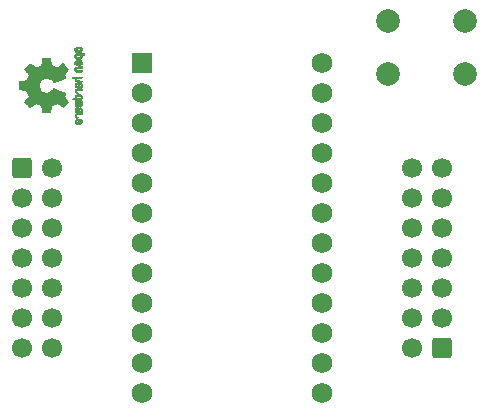
<source format=gbs>
%TF.GenerationSoftware,KiCad,Pcbnew,(6.0.1-0)*%
%TF.CreationDate,2022-02-06T14:25:28+08:00*%
%TF.ProjectId,Pragmatic,50726167-6d61-4746-9963-2e6b69636164,V2*%
%TF.SameCoordinates,Original*%
%TF.FileFunction,Soldermask,Bot*%
%TF.FilePolarity,Negative*%
%FSLAX46Y46*%
G04 Gerber Fmt 4.6, Leading zero omitted, Abs format (unit mm)*
G04 Created by KiCad (PCBNEW (6.0.1-0)) date 2022-02-06 14:25:28*
%MOMM*%
%LPD*%
G01*
G04 APERTURE LIST*
G04 Aperture macros list*
%AMRoundRect*
0 Rectangle with rounded corners*
0 $1 Rounding radius*
0 $2 $3 $4 $5 $6 $7 $8 $9 X,Y pos of 4 corners*
0 Add a 4 corners polygon primitive as box body*
4,1,4,$2,$3,$4,$5,$6,$7,$8,$9,$2,$3,0*
0 Add four circle primitives for the rounded corners*
1,1,$1+$1,$2,$3*
1,1,$1+$1,$4,$5*
1,1,$1+$1,$6,$7*
1,1,$1+$1,$8,$9*
0 Add four rect primitives between the rounded corners*
20,1,$1+$1,$2,$3,$4,$5,0*
20,1,$1+$1,$4,$5,$6,$7,0*
20,1,$1+$1,$6,$7,$8,$9,0*
20,1,$1+$1,$8,$9,$2,$3,0*%
G04 Aperture macros list end*
%ADD10C,0.010000*%
%ADD11RoundRect,0.250000X-0.600000X-0.600000X0.600000X-0.600000X0.600000X0.600000X-0.600000X0.600000X0*%
%ADD12C,1.700000*%
%ADD13RoundRect,0.250000X0.600000X0.600000X-0.600000X0.600000X-0.600000X-0.600000X0.600000X-0.600000X0*%
%ADD14C,2.000000*%
%ADD15R,1.752600X1.752600*%
%ADD16C,1.752600*%
G04 APERTURE END LIST*
D10*
%TO.C,Logo1*%
X126418663Y-53214833D02*
X126456850Y-53217048D01*
X126456850Y-53217048D02*
X126514886Y-53218784D01*
X126514886Y-53218784D02*
X126588180Y-53219899D01*
X126588180Y-53219899D02*
X126665055Y-53220257D01*
X126665055Y-53220257D02*
X126925196Y-53220257D01*
X126925196Y-53220257D02*
X126971127Y-53174326D01*
X126971127Y-53174326D02*
X126999429Y-53142675D01*
X126999429Y-53142675D02*
X127010893Y-53114890D01*
X127010893Y-53114890D02*
X127010168Y-53076915D01*
X127010168Y-53076915D02*
X127008321Y-53061840D01*
X127008321Y-53061840D02*
X127002948Y-53014726D01*
X127002948Y-53014726D02*
X126999869Y-52975756D01*
X126999869Y-52975756D02*
X126999585Y-52966257D01*
X126999585Y-52966257D02*
X127001445Y-52934233D01*
X127001445Y-52934233D02*
X127006114Y-52888432D01*
X127006114Y-52888432D02*
X127008321Y-52870674D01*
X127008321Y-52870674D02*
X127011735Y-52827057D01*
X127011735Y-52827057D02*
X127004320Y-52797745D01*
X127004320Y-52797745D02*
X126981427Y-52768680D01*
X126981427Y-52768680D02*
X126971127Y-52758188D01*
X126971127Y-52758188D02*
X126925196Y-52712257D01*
X126925196Y-52712257D02*
X126438602Y-52712257D01*
X126438602Y-52712257D02*
X126421758Y-52749226D01*
X126421758Y-52749226D02*
X126409282Y-52781059D01*
X126409282Y-52781059D02*
X126404914Y-52799683D01*
X126404914Y-52799683D02*
X126418718Y-52804458D01*
X126418718Y-52804458D02*
X126457286Y-52808921D01*
X126457286Y-52808921D02*
X126516356Y-52812775D01*
X126516356Y-52812775D02*
X126591663Y-52815722D01*
X126591663Y-52815722D02*
X126655286Y-52817143D01*
X126655286Y-52817143D02*
X126905657Y-52821114D01*
X126905657Y-52821114D02*
X126910556Y-52855759D01*
X126910556Y-52855759D02*
X126907131Y-52887268D01*
X126907131Y-52887268D02*
X126896041Y-52902708D01*
X126896041Y-52902708D02*
X126875308Y-52907023D01*
X126875308Y-52907023D02*
X126831145Y-52910708D01*
X126831145Y-52910708D02*
X126769146Y-52913469D01*
X126769146Y-52913469D02*
X126694909Y-52915012D01*
X126694909Y-52915012D02*
X126656706Y-52915235D01*
X126656706Y-52915235D02*
X126436783Y-52915457D01*
X126436783Y-52915457D02*
X126420849Y-52961166D01*
X126420849Y-52961166D02*
X126410015Y-52993518D01*
X126410015Y-52993518D02*
X126404962Y-53011115D01*
X126404962Y-53011115D02*
X126404914Y-53011623D01*
X126404914Y-53011623D02*
X126418648Y-53013388D01*
X126418648Y-53013388D02*
X126456730Y-53015329D01*
X126456730Y-53015329D02*
X126514482Y-53017282D01*
X126514482Y-53017282D02*
X126587227Y-53019084D01*
X126587227Y-53019084D02*
X126655286Y-53020343D01*
X126655286Y-53020343D02*
X126905657Y-53024314D01*
X126905657Y-53024314D02*
X126905657Y-53111400D01*
X126905657Y-53111400D02*
X126677240Y-53115396D01*
X126677240Y-53115396D02*
X126448822Y-53119392D01*
X126448822Y-53119392D02*
X126426868Y-53161847D01*
X126426868Y-53161847D02*
X126411793Y-53193192D01*
X126411793Y-53193192D02*
X126404951Y-53211744D01*
X126404951Y-53211744D02*
X126404914Y-53212279D01*
X126404914Y-53212279D02*
X126418663Y-53214833D01*
X126418663Y-53214833D02*
X126418663Y-53214833D01*
G36*
X126971127Y-52758188D02*
G01*
X126981427Y-52768680D01*
X127004320Y-52797745D01*
X127011735Y-52827057D01*
X127008321Y-52870674D01*
X127006114Y-52888432D01*
X127001445Y-52934233D01*
X126999585Y-52966257D01*
X126999869Y-52975756D01*
X127002948Y-53014726D01*
X127008321Y-53061840D01*
X127010168Y-53076915D01*
X127010893Y-53114890D01*
X126999429Y-53142675D01*
X126971127Y-53174326D01*
X126925196Y-53220257D01*
X126665055Y-53220257D01*
X126588180Y-53219899D01*
X126514886Y-53218784D01*
X126456850Y-53217048D01*
X126418663Y-53214833D01*
X126404914Y-53212279D01*
X126404951Y-53211744D01*
X126411793Y-53193192D01*
X126426868Y-53161847D01*
X126448822Y-53119392D01*
X126677240Y-53115396D01*
X126905657Y-53111400D01*
X126905657Y-53024314D01*
X126655286Y-53020343D01*
X126587227Y-53019084D01*
X126514482Y-53017282D01*
X126456730Y-53015329D01*
X126418648Y-53013388D01*
X126404914Y-53011623D01*
X126404962Y-53011115D01*
X126410015Y-52993518D01*
X126420849Y-52961166D01*
X126436783Y-52915457D01*
X126656706Y-52915235D01*
X126694909Y-52915012D01*
X126769146Y-52913469D01*
X126831145Y-52910708D01*
X126875308Y-52907023D01*
X126896041Y-52902708D01*
X126907131Y-52887268D01*
X126910556Y-52855759D01*
X126905657Y-52821114D01*
X126655286Y-52817143D01*
X126591663Y-52815722D01*
X126516356Y-52812775D01*
X126457286Y-52808921D01*
X126418718Y-52804458D01*
X126404914Y-52799683D01*
X126409282Y-52781059D01*
X126421758Y-52749226D01*
X126438602Y-52712257D01*
X126925196Y-52712257D01*
X126971127Y-52758188D01*
G37*
X126971127Y-52758188D02*
X126981427Y-52768680D01*
X127004320Y-52797745D01*
X127011735Y-52827057D01*
X127008321Y-52870674D01*
X127006114Y-52888432D01*
X127001445Y-52934233D01*
X126999585Y-52966257D01*
X126999869Y-52975756D01*
X127002948Y-53014726D01*
X127008321Y-53061840D01*
X127010168Y-53076915D01*
X127010893Y-53114890D01*
X126999429Y-53142675D01*
X126971127Y-53174326D01*
X126925196Y-53220257D01*
X126665055Y-53220257D01*
X126588180Y-53219899D01*
X126514886Y-53218784D01*
X126456850Y-53217048D01*
X126418663Y-53214833D01*
X126404914Y-53212279D01*
X126404951Y-53211744D01*
X126411793Y-53193192D01*
X126426868Y-53161847D01*
X126448822Y-53119392D01*
X126677240Y-53115396D01*
X126905657Y-53111400D01*
X126905657Y-53024314D01*
X126655286Y-53020343D01*
X126587227Y-53019084D01*
X126514482Y-53017282D01*
X126456730Y-53015329D01*
X126418648Y-53013388D01*
X126404914Y-53011623D01*
X126404962Y-53011115D01*
X126410015Y-52993518D01*
X126420849Y-52961166D01*
X126436783Y-52915457D01*
X126656706Y-52915235D01*
X126694909Y-52915012D01*
X126769146Y-52913469D01*
X126831145Y-52910708D01*
X126875308Y-52907023D01*
X126896041Y-52902708D01*
X126907131Y-52887268D01*
X126910556Y-52855759D01*
X126905657Y-52821114D01*
X126655286Y-52817143D01*
X126591663Y-52815722D01*
X126516356Y-52812775D01*
X126457286Y-52808921D01*
X126418718Y-52804458D01*
X126404914Y-52799683D01*
X126409282Y-52781059D01*
X126421758Y-52749226D01*
X126438602Y-52712257D01*
X126925196Y-52712257D01*
X126971127Y-52758188D01*
X121702348Y-51538910D02*
X121702778Y-51617454D01*
X121702778Y-51617454D02*
X121703942Y-51674298D01*
X121703942Y-51674298D02*
X121706207Y-51713105D01*
X121706207Y-51713105D02*
X121709940Y-51737538D01*
X121709940Y-51737538D02*
X121715506Y-51751262D01*
X121715506Y-51751262D02*
X121723273Y-51757940D01*
X121723273Y-51757940D02*
X121733605Y-51761236D01*
X121733605Y-51761236D02*
X121734943Y-51761556D01*
X121734943Y-51761556D02*
X121759079Y-51766562D01*
X121759079Y-51766562D02*
X121806701Y-51775829D01*
X121806701Y-51775829D02*
X121872741Y-51788392D01*
X121872741Y-51788392D02*
X121952128Y-51803287D01*
X121952128Y-51803287D02*
X122039796Y-51819551D01*
X122039796Y-51819551D02*
X122042875Y-51820119D01*
X122042875Y-51820119D02*
X122128789Y-51836410D01*
X122128789Y-51836410D02*
X122204696Y-51851652D01*
X122204696Y-51851652D02*
X122266045Y-51864861D01*
X122266045Y-51864861D02*
X122308282Y-51875054D01*
X122308282Y-51875054D02*
X122326855Y-51881248D01*
X122326855Y-51881248D02*
X122327184Y-51881543D01*
X122327184Y-51881543D02*
X122336253Y-51899788D01*
X122336253Y-51899788D02*
X122351367Y-51937405D01*
X122351367Y-51937405D02*
X122369262Y-51986271D01*
X122369262Y-51986271D02*
X122369358Y-51986543D01*
X122369358Y-51986543D02*
X122392493Y-52048093D01*
X122392493Y-52048093D02*
X122421965Y-52120657D01*
X122421965Y-52120657D02*
X122451597Y-52189057D01*
X122451597Y-52189057D02*
X122453062Y-52192294D01*
X122453062Y-52192294D02*
X122503626Y-52303702D01*
X122503626Y-52303702D02*
X122335160Y-52550399D01*
X122335160Y-52550399D02*
X122283803Y-52626077D01*
X122283803Y-52626077D02*
X122237889Y-52694631D01*
X122237889Y-52694631D02*
X122200030Y-52752088D01*
X122200030Y-52752088D02*
X122172837Y-52794476D01*
X122172837Y-52794476D02*
X122158921Y-52817825D01*
X122158921Y-52817825D02*
X122157889Y-52820042D01*
X122157889Y-52820042D02*
X122162484Y-52837010D01*
X122162484Y-52837010D02*
X122184655Y-52868701D01*
X122184655Y-52868701D02*
X122225447Y-52916352D01*
X122225447Y-52916352D02*
X122285905Y-52981198D01*
X122285905Y-52981198D02*
X122350227Y-53047397D01*
X122350227Y-53047397D02*
X122413612Y-53111214D01*
X122413612Y-53111214D02*
X122471451Y-53168329D01*
X122471451Y-53168329D02*
X122520175Y-53215305D01*
X122520175Y-53215305D02*
X122556210Y-53248703D01*
X122556210Y-53248703D02*
X122575984Y-53265085D01*
X122575984Y-53265085D02*
X122577002Y-53265694D01*
X122577002Y-53265694D02*
X122590572Y-53267505D01*
X122590572Y-53267505D02*
X122612733Y-53260683D01*
X122612733Y-53260683D02*
X122646478Y-53243540D01*
X122646478Y-53243540D02*
X122694800Y-53214393D01*
X122694800Y-53214393D02*
X122760692Y-53171555D01*
X122760692Y-53171555D02*
X122845517Y-53114448D01*
X122845517Y-53114448D02*
X122920177Y-53063766D01*
X122920177Y-53063766D02*
X122987140Y-53018461D01*
X122987140Y-53018461D02*
X123042516Y-52981150D01*
X123042516Y-52981150D02*
X123082420Y-52954452D01*
X123082420Y-52954452D02*
X123102962Y-52940985D01*
X123102962Y-52940985D02*
X123104356Y-52940137D01*
X123104356Y-52940137D02*
X123124038Y-52941781D01*
X123124038Y-52941781D02*
X123162293Y-52954245D01*
X123162293Y-52954245D02*
X123211889Y-52975048D01*
X123211889Y-52975048D02*
X123227728Y-52982462D01*
X123227728Y-52982462D02*
X123298290Y-53014814D01*
X123298290Y-53014814D02*
X123378353Y-53049328D01*
X123378353Y-53049328D02*
X123447629Y-53077365D01*
X123447629Y-53077365D02*
X123499045Y-53097568D01*
X123499045Y-53097568D02*
X123538119Y-53113615D01*
X123538119Y-53113615D02*
X123558541Y-53122888D01*
X123558541Y-53122888D02*
X123560114Y-53124041D01*
X123560114Y-53124041D02*
X123562721Y-53141096D01*
X123562721Y-53141096D02*
X123569863Y-53181298D01*
X123569863Y-53181298D02*
X123580523Y-53239302D01*
X123580523Y-53239302D02*
X123593685Y-53309763D01*
X123593685Y-53309763D02*
X123608333Y-53387335D01*
X123608333Y-53387335D02*
X123623449Y-53466672D01*
X123623449Y-53466672D02*
X123638018Y-53542431D01*
X123638018Y-53542431D02*
X123651022Y-53609264D01*
X123651022Y-53609264D02*
X123661445Y-53661828D01*
X123661445Y-53661828D02*
X123668270Y-53694776D01*
X123668270Y-53694776D02*
X123670199Y-53702857D01*
X123670199Y-53702857D02*
X123674962Y-53711205D01*
X123674962Y-53711205D02*
X123685718Y-53717506D01*
X123685718Y-53717506D02*
X123706098Y-53722045D01*
X123706098Y-53722045D02*
X123739734Y-53725104D01*
X123739734Y-53725104D02*
X123790255Y-53726967D01*
X123790255Y-53726967D02*
X123861292Y-53727918D01*
X123861292Y-53727918D02*
X123956476Y-53728240D01*
X123956476Y-53728240D02*
X123995492Y-53728257D01*
X123995492Y-53728257D02*
X124312799Y-53728257D01*
X124312799Y-53728257D02*
X124327839Y-53652057D01*
X124327839Y-53652057D02*
X124335995Y-53609663D01*
X124335995Y-53609663D02*
X124347899Y-53546400D01*
X124347899Y-53546400D02*
X124362116Y-53469962D01*
X124362116Y-53469962D02*
X124377210Y-53388043D01*
X124377210Y-53388043D02*
X124381355Y-53365400D01*
X124381355Y-53365400D02*
X124396053Y-53289806D01*
X124396053Y-53289806D02*
X124410505Y-53223953D01*
X124410505Y-53223953D02*
X124423375Y-53173366D01*
X124423375Y-53173366D02*
X124433322Y-53143574D01*
X124433322Y-53143574D02*
X124436287Y-53138612D01*
X124436287Y-53138612D02*
X124457283Y-53126426D01*
X124457283Y-53126426D02*
X124497967Y-53108953D01*
X124497967Y-53108953D02*
X124550322Y-53089577D01*
X124550322Y-53089577D02*
X124561600Y-53085734D01*
X124561600Y-53085734D02*
X124631523Y-53060339D01*
X124631523Y-53060339D02*
X124710418Y-53028817D01*
X124710418Y-53028817D02*
X124781266Y-52997969D01*
X124781266Y-52997969D02*
X124781595Y-52997817D01*
X124781595Y-52997817D02*
X124892733Y-52946447D01*
X124892733Y-52946447D02*
X125141253Y-53115399D01*
X125141253Y-53115399D02*
X125389772Y-53284352D01*
X125389772Y-53284352D02*
X125607058Y-53067429D01*
X125607058Y-53067429D02*
X125671726Y-53001819D01*
X125671726Y-53001819D02*
X125728733Y-52941979D01*
X125728733Y-52941979D02*
X125775033Y-52891267D01*
X125775033Y-52891267D02*
X125807584Y-52853046D01*
X125807584Y-52853046D02*
X125823343Y-52830675D01*
X125823343Y-52830675D02*
X125824343Y-52827466D01*
X125824343Y-52827466D02*
X125816469Y-52808626D01*
X125816469Y-52808626D02*
X125794578Y-52770180D01*
X125794578Y-52770180D02*
X125761267Y-52716330D01*
X125761267Y-52716330D02*
X125719131Y-52651276D01*
X125719131Y-52651276D02*
X125671943Y-52580940D01*
X125671943Y-52580940D02*
X125623810Y-52509555D01*
X125623810Y-52509555D02*
X125581928Y-52445908D01*
X125581928Y-52445908D02*
X125548871Y-52394041D01*
X125548871Y-52394041D02*
X125527218Y-52357995D01*
X125527218Y-52357995D02*
X125519543Y-52341867D01*
X125519543Y-52341867D02*
X125526037Y-52322189D01*
X125526037Y-52322189D02*
X125543150Y-52284875D01*
X125543150Y-52284875D02*
X125567326Y-52237621D01*
X125567326Y-52237621D02*
X125570013Y-52232612D01*
X125570013Y-52232612D02*
X125601927Y-52168977D01*
X125601927Y-52168977D02*
X125617579Y-52125341D01*
X125617579Y-52125341D02*
X125617745Y-52098202D01*
X125617745Y-52098202D02*
X125603204Y-52084057D01*
X125603204Y-52084057D02*
X125603000Y-52083975D01*
X125603000Y-52083975D02*
X125585779Y-52076905D01*
X125585779Y-52076905D02*
X125544899Y-52060042D01*
X125544899Y-52060042D02*
X125483525Y-52034695D01*
X125483525Y-52034695D02*
X125404819Y-52002171D01*
X125404819Y-52002171D02*
X125311947Y-51963778D01*
X125311947Y-51963778D02*
X125208072Y-51920822D01*
X125208072Y-51920822D02*
X125107502Y-51879222D01*
X125107502Y-51879222D02*
X124996516Y-51833504D01*
X124996516Y-51833504D02*
X124893703Y-51791526D01*
X124893703Y-51791526D02*
X124802215Y-51754548D01*
X124802215Y-51754548D02*
X124725201Y-51723827D01*
X124725201Y-51723827D02*
X124665815Y-51700622D01*
X124665815Y-51700622D02*
X124627209Y-51686190D01*
X124627209Y-51686190D02*
X124612800Y-51681743D01*
X124612800Y-51681743D02*
X124596272Y-51692896D01*
X124596272Y-51692896D02*
X124569930Y-51722069D01*
X124569930Y-51722069D02*
X124540887Y-51760971D01*
X124540887Y-51760971D02*
X124449039Y-51871757D01*
X124449039Y-51871757D02*
X124343759Y-51958351D01*
X124343759Y-51958351D02*
X124227266Y-52019716D01*
X124227266Y-52019716D02*
X124101776Y-52054815D01*
X124101776Y-52054815D02*
X123969507Y-52062608D01*
X123969507Y-52062608D02*
X123908457Y-52056943D01*
X123908457Y-52056943D02*
X123781795Y-52026078D01*
X123781795Y-52026078D02*
X123669941Y-51972920D01*
X123669941Y-51972920D02*
X123574001Y-51900767D01*
X123574001Y-51900767D02*
X123495076Y-51812917D01*
X123495076Y-51812917D02*
X123434270Y-51712665D01*
X123434270Y-51712665D02*
X123392687Y-51603310D01*
X123392687Y-51603310D02*
X123371428Y-51488147D01*
X123371428Y-51488147D02*
X123371599Y-51370475D01*
X123371599Y-51370475D02*
X123394301Y-51253590D01*
X123394301Y-51253590D02*
X123440638Y-51140789D01*
X123440638Y-51140789D02*
X123511713Y-51035369D01*
X123511713Y-51035369D02*
X123551911Y-50991368D01*
X123551911Y-50991368D02*
X123655129Y-50906979D01*
X123655129Y-50906979D02*
X123767925Y-50848222D01*
X123767925Y-50848222D02*
X123887010Y-50814704D01*
X123887010Y-50814704D02*
X124009095Y-50806035D01*
X124009095Y-50806035D02*
X124130893Y-50821823D01*
X124130893Y-50821823D02*
X124249116Y-50861678D01*
X124249116Y-50861678D02*
X124360475Y-50925207D01*
X124360475Y-50925207D02*
X124461684Y-51012021D01*
X124461684Y-51012021D02*
X124540887Y-51109029D01*
X124540887Y-51109029D02*
X124571162Y-51149437D01*
X124571162Y-51149437D02*
X124597219Y-51177982D01*
X124597219Y-51177982D02*
X124612825Y-51188257D01*
X124612825Y-51188257D02*
X124629843Y-51182877D01*
X124629843Y-51182877D02*
X124670500Y-51167575D01*
X124670500Y-51167575D02*
X124731642Y-51143612D01*
X124731642Y-51143612D02*
X124810119Y-51112244D01*
X124810119Y-51112244D02*
X124902780Y-51074732D01*
X124902780Y-51074732D02*
X125006472Y-51032333D01*
X125006472Y-51032333D02*
X125107526Y-50990663D01*
X125107526Y-50990663D02*
X125218607Y-50944690D01*
X125218607Y-50944690D02*
X125321541Y-50902107D01*
X125321541Y-50902107D02*
X125413165Y-50864221D01*
X125413165Y-50864221D02*
X125490316Y-50832340D01*
X125490316Y-50832340D02*
X125549831Y-50807771D01*
X125549831Y-50807771D02*
X125588544Y-50791820D01*
X125588544Y-50791820D02*
X125603000Y-50785910D01*
X125603000Y-50785910D02*
X125617685Y-50771948D01*
X125617685Y-50771948D02*
X125617642Y-50744940D01*
X125617642Y-50744940D02*
X125602099Y-50701413D01*
X125602099Y-50701413D02*
X125570284Y-50637890D01*
X125570284Y-50637890D02*
X125570013Y-50637388D01*
X125570013Y-50637388D02*
X125545323Y-50589560D01*
X125545323Y-50589560D02*
X125527338Y-50550897D01*
X125527338Y-50550897D02*
X125519614Y-50529095D01*
X125519614Y-50529095D02*
X125519543Y-50528133D01*
X125519543Y-50528133D02*
X125527378Y-50511721D01*
X125527378Y-50511721D02*
X125549165Y-50475487D01*
X125549165Y-50475487D02*
X125582328Y-50423474D01*
X125582328Y-50423474D02*
X125624291Y-50359725D01*
X125624291Y-50359725D02*
X125671943Y-50289060D01*
X125671943Y-50289060D02*
X125720191Y-50217116D01*
X125720191Y-50217116D02*
X125762151Y-50152274D01*
X125762151Y-50152274D02*
X125795227Y-50098735D01*
X125795227Y-50098735D02*
X125816821Y-50060697D01*
X125816821Y-50060697D02*
X125824343Y-50042533D01*
X125824343Y-50042533D02*
X125814457Y-50025808D01*
X125814457Y-50025808D02*
X125786826Y-49992180D01*
X125786826Y-49992180D02*
X125744495Y-49945010D01*
X125744495Y-49945010D02*
X125690505Y-49887658D01*
X125690505Y-49887658D02*
X125627899Y-49823484D01*
X125627899Y-49823484D02*
X125606983Y-49802497D01*
X125606983Y-49802497D02*
X125389623Y-49585499D01*
X125389623Y-49585499D02*
X125147220Y-49750668D01*
X125147220Y-49750668D02*
X125072781Y-49800864D01*
X125072781Y-49800864D02*
X125005972Y-49844919D01*
X125005972Y-49844919D02*
X124950665Y-49880362D01*
X124950665Y-49880362D02*
X124910729Y-49904719D01*
X124910729Y-49904719D02*
X124890036Y-49915522D01*
X124890036Y-49915522D02*
X124888563Y-49915838D01*
X124888563Y-49915838D02*
X124869058Y-49910143D01*
X124869058Y-49910143D02*
X124829822Y-49894826D01*
X124829822Y-49894826D02*
X124777430Y-49872537D01*
X124777430Y-49872537D02*
X124742355Y-49856893D01*
X124742355Y-49856893D02*
X124675201Y-49827641D01*
X124675201Y-49827641D02*
X124607358Y-49800094D01*
X124607358Y-49800094D02*
X124550034Y-49778737D01*
X124550034Y-49778737D02*
X124532572Y-49772935D01*
X124532572Y-49772935D02*
X124485938Y-49756452D01*
X124485938Y-49756452D02*
X124449905Y-49740340D01*
X124449905Y-49740340D02*
X124436287Y-49731490D01*
X124436287Y-49731490D02*
X124427952Y-49711960D01*
X124427952Y-49711960D02*
X124416137Y-49669334D01*
X124416137Y-49669334D02*
X124402181Y-49609145D01*
X124402181Y-49609145D02*
X124387422Y-49536922D01*
X124387422Y-49536922D02*
X124381355Y-49504600D01*
X124381355Y-49504600D02*
X124366273Y-49422522D01*
X124366273Y-49422522D02*
X124351669Y-49343795D01*
X124351669Y-49343795D02*
X124338980Y-49276109D01*
X124338980Y-49276109D02*
X124329642Y-49227160D01*
X124329642Y-49227160D02*
X124327839Y-49217943D01*
X124327839Y-49217943D02*
X124312799Y-49141743D01*
X124312799Y-49141743D02*
X123995492Y-49141743D01*
X123995492Y-49141743D02*
X123891154Y-49141914D01*
X123891154Y-49141914D02*
X123812213Y-49142616D01*
X123812213Y-49142616D02*
X123755038Y-49144134D01*
X123755038Y-49144134D02*
X123715999Y-49146749D01*
X123715999Y-49146749D02*
X123691465Y-49150746D01*
X123691465Y-49150746D02*
X123677805Y-49156409D01*
X123677805Y-49156409D02*
X123671389Y-49164020D01*
X123671389Y-49164020D02*
X123670199Y-49167143D01*
X123670199Y-49167143D02*
X123665980Y-49185978D01*
X123665980Y-49185978D02*
X123657562Y-49227588D01*
X123657562Y-49227588D02*
X123645961Y-49286630D01*
X123645961Y-49286630D02*
X123632195Y-49357757D01*
X123632195Y-49357757D02*
X123617280Y-49435625D01*
X123617280Y-49435625D02*
X123602232Y-49514887D01*
X123602232Y-49514887D02*
X123588069Y-49590198D01*
X123588069Y-49590198D02*
X123575806Y-49656213D01*
X123575806Y-49656213D02*
X123566461Y-49707587D01*
X123566461Y-49707587D02*
X123561050Y-49738975D01*
X123561050Y-49738975D02*
X123560114Y-49745959D01*
X123560114Y-49745959D02*
X123547596Y-49752285D01*
X123547596Y-49752285D02*
X123514246Y-49766290D01*
X123514246Y-49766290D02*
X123466377Y-49785355D01*
X123466377Y-49785355D02*
X123447629Y-49792634D01*
X123447629Y-49792634D02*
X123375195Y-49821996D01*
X123375195Y-49821996D02*
X123295170Y-49856571D01*
X123295170Y-49856571D02*
X123227728Y-49887537D01*
X123227728Y-49887537D02*
X123176159Y-49910323D01*
X123176159Y-49910323D02*
X123133785Y-49925482D01*
X123133785Y-49925482D02*
X123107834Y-49930542D01*
X123107834Y-49930542D02*
X123104356Y-49929736D01*
X123104356Y-49929736D02*
X123087936Y-49919041D01*
X123087936Y-49919041D02*
X123051417Y-49894620D01*
X123051417Y-49894620D02*
X122998687Y-49859095D01*
X122998687Y-49859095D02*
X122933635Y-49815087D01*
X122933635Y-49815087D02*
X122860151Y-49765217D01*
X122860151Y-49765217D02*
X122845645Y-49755356D01*
X122845645Y-49755356D02*
X122759704Y-49697492D01*
X122759704Y-49697492D02*
X122694261Y-49654956D01*
X122694261Y-49654956D02*
X122646304Y-49626054D01*
X122646304Y-49626054D02*
X122612820Y-49609090D01*
X122612820Y-49609090D02*
X122590795Y-49602367D01*
X122590795Y-49602367D02*
X122577217Y-49604190D01*
X122577217Y-49604190D02*
X122577131Y-49604236D01*
X122577131Y-49604236D02*
X122559297Y-49618586D01*
X122559297Y-49618586D02*
X122524817Y-49650323D01*
X122524817Y-49650323D02*
X122477268Y-49696010D01*
X122477268Y-49696010D02*
X122420222Y-49752204D01*
X122420222Y-49752204D02*
X122357255Y-49815468D01*
X122357255Y-49815468D02*
X122350227Y-49822602D01*
X122350227Y-49822602D02*
X122273020Y-49902330D01*
X122273020Y-49902330D02*
X122216330Y-49963857D01*
X122216330Y-49963857D02*
X122179110Y-50008421D01*
X122179110Y-50008421D02*
X122160315Y-50037257D01*
X122160315Y-50037257D02*
X122157889Y-50049958D01*
X122157889Y-50049958D02*
X122168471Y-50068494D01*
X122168471Y-50068494D02*
X122192916Y-50106961D01*
X122192916Y-50106961D02*
X122228612Y-50161386D01*
X122228612Y-50161386D02*
X122272947Y-50227798D01*
X122272947Y-50227798D02*
X122323311Y-50302225D01*
X122323311Y-50302225D02*
X122335160Y-50319601D01*
X122335160Y-50319601D02*
X122503626Y-50566297D01*
X122503626Y-50566297D02*
X122453062Y-50677706D01*
X122453062Y-50677706D02*
X122423595Y-50745457D01*
X122423595Y-50745457D02*
X122393959Y-50818183D01*
X122393959Y-50818183D02*
X122370330Y-50880703D01*
X122370330Y-50880703D02*
X122369358Y-50883457D01*
X122369358Y-50883457D02*
X122351457Y-50932360D01*
X122351457Y-50932360D02*
X122336320Y-50970057D01*
X122336320Y-50970057D02*
X122327210Y-50988425D01*
X122327210Y-50988425D02*
X122327184Y-50988456D01*
X122327184Y-50988456D02*
X122310717Y-50994285D01*
X122310717Y-50994285D02*
X122270219Y-51004192D01*
X122270219Y-51004192D02*
X122210242Y-51017195D01*
X122210242Y-51017195D02*
X122135340Y-51032309D01*
X122135340Y-51032309D02*
X122050064Y-51048552D01*
X122050064Y-51048552D02*
X122042875Y-51049881D01*
X122042875Y-51049881D02*
X121955014Y-51066175D01*
X121955014Y-51066175D02*
X121875260Y-51081133D01*
X121875260Y-51081133D02*
X121808681Y-51093791D01*
X121808681Y-51093791D02*
X121760347Y-51103186D01*
X121760347Y-51103186D02*
X121735325Y-51108354D01*
X121735325Y-51108354D02*
X121734943Y-51108444D01*
X121734943Y-51108444D02*
X121724299Y-51111589D01*
X121724299Y-51111589D02*
X121716262Y-51117704D01*
X121716262Y-51117704D02*
X121710467Y-51130453D01*
X121710467Y-51130453D02*
X121706547Y-51153500D01*
X121706547Y-51153500D02*
X121704135Y-51190509D01*
X121704135Y-51190509D02*
X121702865Y-51245144D01*
X121702865Y-51245144D02*
X121702371Y-51321067D01*
X121702371Y-51321067D02*
X121702286Y-51421944D01*
X121702286Y-51421944D02*
X121702286Y-51435000D01*
X121702286Y-51435000D02*
X121702348Y-51538910D01*
X121702348Y-51538910D02*
X121702348Y-51538910D01*
G36*
X124327839Y-49217943D02*
G01*
X124329642Y-49227160D01*
X124338980Y-49276109D01*
X124351669Y-49343795D01*
X124366273Y-49422522D01*
X124381355Y-49504600D01*
X124387422Y-49536922D01*
X124402181Y-49609145D01*
X124416137Y-49669334D01*
X124427952Y-49711960D01*
X124436287Y-49731490D01*
X124449905Y-49740340D01*
X124485938Y-49756452D01*
X124532572Y-49772935D01*
X124550034Y-49778737D01*
X124607358Y-49800094D01*
X124675201Y-49827641D01*
X124742355Y-49856893D01*
X124777430Y-49872537D01*
X124829822Y-49894826D01*
X124869058Y-49910143D01*
X124888563Y-49915838D01*
X124890036Y-49915522D01*
X124910729Y-49904719D01*
X124950665Y-49880362D01*
X125005972Y-49844919D01*
X125072781Y-49800864D01*
X125147220Y-49750668D01*
X125389623Y-49585499D01*
X125606983Y-49802497D01*
X125627899Y-49823484D01*
X125690505Y-49887658D01*
X125744495Y-49945010D01*
X125786826Y-49992180D01*
X125814457Y-50025808D01*
X125824343Y-50042533D01*
X125816821Y-50060697D01*
X125795227Y-50098735D01*
X125762151Y-50152274D01*
X125720191Y-50217116D01*
X125671943Y-50289060D01*
X125624291Y-50359725D01*
X125582328Y-50423474D01*
X125549165Y-50475487D01*
X125527378Y-50511721D01*
X125519543Y-50528133D01*
X125519614Y-50529095D01*
X125527338Y-50550897D01*
X125545323Y-50589560D01*
X125570013Y-50637388D01*
X125570284Y-50637890D01*
X125602099Y-50701413D01*
X125617642Y-50744940D01*
X125617685Y-50771948D01*
X125603000Y-50785910D01*
X125588544Y-50791820D01*
X125549831Y-50807771D01*
X125490316Y-50832340D01*
X125413165Y-50864221D01*
X125321541Y-50902107D01*
X125218607Y-50944690D01*
X125107526Y-50990663D01*
X125006472Y-51032333D01*
X124902780Y-51074732D01*
X124810119Y-51112244D01*
X124731642Y-51143612D01*
X124670500Y-51167575D01*
X124629843Y-51182877D01*
X124612825Y-51188257D01*
X124597219Y-51177982D01*
X124571162Y-51149437D01*
X124540887Y-51109029D01*
X124461684Y-51012021D01*
X124360475Y-50925207D01*
X124249116Y-50861678D01*
X124130893Y-50821823D01*
X124009095Y-50806035D01*
X123887010Y-50814704D01*
X123767925Y-50848222D01*
X123655129Y-50906979D01*
X123551911Y-50991368D01*
X123511713Y-51035369D01*
X123440638Y-51140789D01*
X123394301Y-51253590D01*
X123371599Y-51370475D01*
X123371428Y-51488147D01*
X123392687Y-51603310D01*
X123434270Y-51712665D01*
X123495076Y-51812917D01*
X123574001Y-51900767D01*
X123669941Y-51972920D01*
X123781795Y-52026078D01*
X123908457Y-52056943D01*
X123969507Y-52062608D01*
X124101776Y-52054815D01*
X124227266Y-52019716D01*
X124343759Y-51958351D01*
X124449039Y-51871757D01*
X124540887Y-51760971D01*
X124569930Y-51722069D01*
X124596272Y-51692896D01*
X124612800Y-51681743D01*
X124627209Y-51686190D01*
X124665815Y-51700622D01*
X124725201Y-51723827D01*
X124802215Y-51754548D01*
X124893703Y-51791526D01*
X124996516Y-51833504D01*
X125107502Y-51879222D01*
X125208072Y-51920822D01*
X125311947Y-51963778D01*
X125404819Y-52002171D01*
X125483525Y-52034695D01*
X125544899Y-52060042D01*
X125585779Y-52076905D01*
X125603000Y-52083975D01*
X125603204Y-52084057D01*
X125617745Y-52098202D01*
X125617579Y-52125341D01*
X125601927Y-52168977D01*
X125570013Y-52232612D01*
X125567326Y-52237621D01*
X125543150Y-52284875D01*
X125526037Y-52322189D01*
X125519543Y-52341867D01*
X125527218Y-52357995D01*
X125548871Y-52394041D01*
X125581928Y-52445908D01*
X125623810Y-52509555D01*
X125671943Y-52580940D01*
X125719131Y-52651276D01*
X125761267Y-52716330D01*
X125794578Y-52770180D01*
X125816469Y-52808626D01*
X125824343Y-52827466D01*
X125823343Y-52830675D01*
X125807584Y-52853046D01*
X125775033Y-52891267D01*
X125728733Y-52941979D01*
X125671726Y-53001819D01*
X125607058Y-53067429D01*
X125389772Y-53284352D01*
X125141253Y-53115399D01*
X124892733Y-52946447D01*
X124781595Y-52997817D01*
X124781266Y-52997969D01*
X124710418Y-53028817D01*
X124631523Y-53060339D01*
X124561600Y-53085734D01*
X124550322Y-53089577D01*
X124497967Y-53108953D01*
X124457283Y-53126426D01*
X124436287Y-53138612D01*
X124433322Y-53143574D01*
X124423375Y-53173366D01*
X124410505Y-53223953D01*
X124396053Y-53289806D01*
X124381355Y-53365400D01*
X124377210Y-53388043D01*
X124362116Y-53469962D01*
X124347899Y-53546400D01*
X124335995Y-53609663D01*
X124327839Y-53652057D01*
X124312799Y-53728257D01*
X123995492Y-53728257D01*
X123956476Y-53728240D01*
X123861292Y-53727918D01*
X123790255Y-53726967D01*
X123739734Y-53725104D01*
X123706098Y-53722045D01*
X123685718Y-53717506D01*
X123674962Y-53711205D01*
X123670199Y-53702857D01*
X123668270Y-53694776D01*
X123661445Y-53661828D01*
X123651022Y-53609264D01*
X123638018Y-53542431D01*
X123623449Y-53466672D01*
X123608333Y-53387335D01*
X123593685Y-53309763D01*
X123580523Y-53239302D01*
X123569863Y-53181298D01*
X123562721Y-53141096D01*
X123560114Y-53124041D01*
X123558541Y-53122888D01*
X123538119Y-53113615D01*
X123499045Y-53097568D01*
X123447629Y-53077365D01*
X123378353Y-53049328D01*
X123298290Y-53014814D01*
X123227728Y-52982462D01*
X123211889Y-52975048D01*
X123162293Y-52954245D01*
X123124038Y-52941781D01*
X123104356Y-52940137D01*
X123102962Y-52940985D01*
X123082420Y-52954452D01*
X123042516Y-52981150D01*
X122987140Y-53018461D01*
X122920177Y-53063766D01*
X122845517Y-53114448D01*
X122760692Y-53171555D01*
X122694800Y-53214393D01*
X122646478Y-53243540D01*
X122612733Y-53260683D01*
X122590572Y-53267505D01*
X122577002Y-53265694D01*
X122575984Y-53265085D01*
X122556210Y-53248703D01*
X122520175Y-53215305D01*
X122471451Y-53168329D01*
X122413612Y-53111214D01*
X122350227Y-53047397D01*
X122285905Y-52981198D01*
X122225447Y-52916352D01*
X122184655Y-52868701D01*
X122162484Y-52837010D01*
X122157889Y-52820042D01*
X122158921Y-52817825D01*
X122172837Y-52794476D01*
X122200030Y-52752088D01*
X122237889Y-52694631D01*
X122283803Y-52626077D01*
X122335160Y-52550399D01*
X122503626Y-52303702D01*
X122453062Y-52192294D01*
X122451597Y-52189057D01*
X122421965Y-52120657D01*
X122392493Y-52048093D01*
X122369358Y-51986543D01*
X122369262Y-51986271D01*
X122351367Y-51937405D01*
X122336253Y-51899788D01*
X122327184Y-51881543D01*
X122326855Y-51881248D01*
X122308282Y-51875054D01*
X122266045Y-51864861D01*
X122204696Y-51851652D01*
X122128789Y-51836410D01*
X122042875Y-51820119D01*
X122039796Y-51819551D01*
X121952128Y-51803287D01*
X121872741Y-51788392D01*
X121806701Y-51775829D01*
X121759079Y-51766562D01*
X121734943Y-51761556D01*
X121733605Y-51761236D01*
X121723273Y-51757940D01*
X121715506Y-51751262D01*
X121709940Y-51737538D01*
X121706207Y-51713105D01*
X121703942Y-51674298D01*
X121702778Y-51617454D01*
X121702348Y-51538910D01*
X121702286Y-51435000D01*
X121702286Y-51421944D01*
X121702371Y-51321067D01*
X121702865Y-51245144D01*
X121704135Y-51190509D01*
X121706547Y-51153500D01*
X121710467Y-51130453D01*
X121716262Y-51117704D01*
X121724299Y-51111589D01*
X121734943Y-51108444D01*
X121735325Y-51108354D01*
X121760347Y-51103186D01*
X121808681Y-51093791D01*
X121875260Y-51081133D01*
X121955014Y-51066175D01*
X122042875Y-51049881D01*
X122050064Y-51048552D01*
X122135340Y-51032309D01*
X122210242Y-51017195D01*
X122270219Y-51004192D01*
X122310717Y-50994285D01*
X122327184Y-50988456D01*
X122327210Y-50988425D01*
X122336320Y-50970057D01*
X122351457Y-50932360D01*
X122369358Y-50883457D01*
X122370330Y-50880703D01*
X122393959Y-50818183D01*
X122423595Y-50745457D01*
X122453062Y-50677706D01*
X122503626Y-50566297D01*
X122335160Y-50319601D01*
X122323311Y-50302225D01*
X122272947Y-50227798D01*
X122228612Y-50161386D01*
X122192916Y-50106961D01*
X122168471Y-50068494D01*
X122157889Y-50049958D01*
X122160315Y-50037257D01*
X122179110Y-50008421D01*
X122216330Y-49963857D01*
X122273020Y-49902330D01*
X122350227Y-49822602D01*
X122357255Y-49815468D01*
X122420222Y-49752204D01*
X122477268Y-49696010D01*
X122524817Y-49650323D01*
X122559297Y-49618586D01*
X122577131Y-49604236D01*
X122577217Y-49604190D01*
X122590795Y-49602367D01*
X122612820Y-49609090D01*
X122646304Y-49626054D01*
X122694261Y-49654956D01*
X122759704Y-49697492D01*
X122845645Y-49755356D01*
X122860151Y-49765217D01*
X122933635Y-49815087D01*
X122998687Y-49859095D01*
X123051417Y-49894620D01*
X123087936Y-49919041D01*
X123104356Y-49929736D01*
X123107834Y-49930542D01*
X123133785Y-49925482D01*
X123176159Y-49910323D01*
X123227728Y-49887537D01*
X123295170Y-49856571D01*
X123375195Y-49821996D01*
X123447629Y-49792634D01*
X123466377Y-49785355D01*
X123514246Y-49766290D01*
X123547596Y-49752285D01*
X123560114Y-49745959D01*
X123561050Y-49738975D01*
X123566461Y-49707587D01*
X123575806Y-49656213D01*
X123588069Y-49590198D01*
X123602232Y-49514887D01*
X123617280Y-49435625D01*
X123632195Y-49357757D01*
X123645961Y-49286630D01*
X123657562Y-49227588D01*
X123665980Y-49185978D01*
X123670199Y-49167143D01*
X123671389Y-49164020D01*
X123677805Y-49156409D01*
X123691465Y-49150746D01*
X123715999Y-49146749D01*
X123755038Y-49144134D01*
X123812213Y-49142616D01*
X123891154Y-49141914D01*
X123995492Y-49141743D01*
X124312799Y-49141743D01*
X124327839Y-49217943D01*
G37*
X124327839Y-49217943D02*
X124329642Y-49227160D01*
X124338980Y-49276109D01*
X124351669Y-49343795D01*
X124366273Y-49422522D01*
X124381355Y-49504600D01*
X124387422Y-49536922D01*
X124402181Y-49609145D01*
X124416137Y-49669334D01*
X124427952Y-49711960D01*
X124436287Y-49731490D01*
X124449905Y-49740340D01*
X124485938Y-49756452D01*
X124532572Y-49772935D01*
X124550034Y-49778737D01*
X124607358Y-49800094D01*
X124675201Y-49827641D01*
X124742355Y-49856893D01*
X124777430Y-49872537D01*
X124829822Y-49894826D01*
X124869058Y-49910143D01*
X124888563Y-49915838D01*
X124890036Y-49915522D01*
X124910729Y-49904719D01*
X124950665Y-49880362D01*
X125005972Y-49844919D01*
X125072781Y-49800864D01*
X125147220Y-49750668D01*
X125389623Y-49585499D01*
X125606983Y-49802497D01*
X125627899Y-49823484D01*
X125690505Y-49887658D01*
X125744495Y-49945010D01*
X125786826Y-49992180D01*
X125814457Y-50025808D01*
X125824343Y-50042533D01*
X125816821Y-50060697D01*
X125795227Y-50098735D01*
X125762151Y-50152274D01*
X125720191Y-50217116D01*
X125671943Y-50289060D01*
X125624291Y-50359725D01*
X125582328Y-50423474D01*
X125549165Y-50475487D01*
X125527378Y-50511721D01*
X125519543Y-50528133D01*
X125519614Y-50529095D01*
X125527338Y-50550897D01*
X125545323Y-50589560D01*
X125570013Y-50637388D01*
X125570284Y-50637890D01*
X125602099Y-50701413D01*
X125617642Y-50744940D01*
X125617685Y-50771948D01*
X125603000Y-50785910D01*
X125588544Y-50791820D01*
X125549831Y-50807771D01*
X125490316Y-50832340D01*
X125413165Y-50864221D01*
X125321541Y-50902107D01*
X125218607Y-50944690D01*
X125107526Y-50990663D01*
X125006472Y-51032333D01*
X124902780Y-51074732D01*
X124810119Y-51112244D01*
X124731642Y-51143612D01*
X124670500Y-51167575D01*
X124629843Y-51182877D01*
X124612825Y-51188257D01*
X124597219Y-51177982D01*
X124571162Y-51149437D01*
X124540887Y-51109029D01*
X124461684Y-51012021D01*
X124360475Y-50925207D01*
X124249116Y-50861678D01*
X124130893Y-50821823D01*
X124009095Y-50806035D01*
X123887010Y-50814704D01*
X123767925Y-50848222D01*
X123655129Y-50906979D01*
X123551911Y-50991368D01*
X123511713Y-51035369D01*
X123440638Y-51140789D01*
X123394301Y-51253590D01*
X123371599Y-51370475D01*
X123371428Y-51488147D01*
X123392687Y-51603310D01*
X123434270Y-51712665D01*
X123495076Y-51812917D01*
X123574001Y-51900767D01*
X123669941Y-51972920D01*
X123781795Y-52026078D01*
X123908457Y-52056943D01*
X123969507Y-52062608D01*
X124101776Y-52054815D01*
X124227266Y-52019716D01*
X124343759Y-51958351D01*
X124449039Y-51871757D01*
X124540887Y-51760971D01*
X124569930Y-51722069D01*
X124596272Y-51692896D01*
X124612800Y-51681743D01*
X124627209Y-51686190D01*
X124665815Y-51700622D01*
X124725201Y-51723827D01*
X124802215Y-51754548D01*
X124893703Y-51791526D01*
X124996516Y-51833504D01*
X125107502Y-51879222D01*
X125208072Y-51920822D01*
X125311947Y-51963778D01*
X125404819Y-52002171D01*
X125483525Y-52034695D01*
X125544899Y-52060042D01*
X125585779Y-52076905D01*
X125603000Y-52083975D01*
X125603204Y-52084057D01*
X125617745Y-52098202D01*
X125617579Y-52125341D01*
X125601927Y-52168977D01*
X125570013Y-52232612D01*
X125567326Y-52237621D01*
X125543150Y-52284875D01*
X125526037Y-52322189D01*
X125519543Y-52341867D01*
X125527218Y-52357995D01*
X125548871Y-52394041D01*
X125581928Y-52445908D01*
X125623810Y-52509555D01*
X125671943Y-52580940D01*
X125719131Y-52651276D01*
X125761267Y-52716330D01*
X125794578Y-52770180D01*
X125816469Y-52808626D01*
X125824343Y-52827466D01*
X125823343Y-52830675D01*
X125807584Y-52853046D01*
X125775033Y-52891267D01*
X125728733Y-52941979D01*
X125671726Y-53001819D01*
X125607058Y-53067429D01*
X125389772Y-53284352D01*
X125141253Y-53115399D01*
X124892733Y-52946447D01*
X124781595Y-52997817D01*
X124781266Y-52997969D01*
X124710418Y-53028817D01*
X124631523Y-53060339D01*
X124561600Y-53085734D01*
X124550322Y-53089577D01*
X124497967Y-53108953D01*
X124457283Y-53126426D01*
X124436287Y-53138612D01*
X124433322Y-53143574D01*
X124423375Y-53173366D01*
X124410505Y-53223953D01*
X124396053Y-53289806D01*
X124381355Y-53365400D01*
X124377210Y-53388043D01*
X124362116Y-53469962D01*
X124347899Y-53546400D01*
X124335995Y-53609663D01*
X124327839Y-53652057D01*
X124312799Y-53728257D01*
X123995492Y-53728257D01*
X123956476Y-53728240D01*
X123861292Y-53727918D01*
X123790255Y-53726967D01*
X123739734Y-53725104D01*
X123706098Y-53722045D01*
X123685718Y-53717506D01*
X123674962Y-53711205D01*
X123670199Y-53702857D01*
X123668270Y-53694776D01*
X123661445Y-53661828D01*
X123651022Y-53609264D01*
X123638018Y-53542431D01*
X123623449Y-53466672D01*
X123608333Y-53387335D01*
X123593685Y-53309763D01*
X123580523Y-53239302D01*
X123569863Y-53181298D01*
X123562721Y-53141096D01*
X123560114Y-53124041D01*
X123558541Y-53122888D01*
X123538119Y-53113615D01*
X123499045Y-53097568D01*
X123447629Y-53077365D01*
X123378353Y-53049328D01*
X123298290Y-53014814D01*
X123227728Y-52982462D01*
X123211889Y-52975048D01*
X123162293Y-52954245D01*
X123124038Y-52941781D01*
X123104356Y-52940137D01*
X123102962Y-52940985D01*
X123082420Y-52954452D01*
X123042516Y-52981150D01*
X122987140Y-53018461D01*
X122920177Y-53063766D01*
X122845517Y-53114448D01*
X122760692Y-53171555D01*
X122694800Y-53214393D01*
X122646478Y-53243540D01*
X122612733Y-53260683D01*
X122590572Y-53267505D01*
X122577002Y-53265694D01*
X122575984Y-53265085D01*
X122556210Y-53248703D01*
X122520175Y-53215305D01*
X122471451Y-53168329D01*
X122413612Y-53111214D01*
X122350227Y-53047397D01*
X122285905Y-52981198D01*
X122225447Y-52916352D01*
X122184655Y-52868701D01*
X122162484Y-52837010D01*
X122157889Y-52820042D01*
X122158921Y-52817825D01*
X122172837Y-52794476D01*
X122200030Y-52752088D01*
X122237889Y-52694631D01*
X122283803Y-52626077D01*
X122335160Y-52550399D01*
X122503626Y-52303702D01*
X122453062Y-52192294D01*
X122451597Y-52189057D01*
X122421965Y-52120657D01*
X122392493Y-52048093D01*
X122369358Y-51986543D01*
X122369262Y-51986271D01*
X122351367Y-51937405D01*
X122336253Y-51899788D01*
X122327184Y-51881543D01*
X122326855Y-51881248D01*
X122308282Y-51875054D01*
X122266045Y-51864861D01*
X122204696Y-51851652D01*
X122128789Y-51836410D01*
X122042875Y-51820119D01*
X122039796Y-51819551D01*
X121952128Y-51803287D01*
X121872741Y-51788392D01*
X121806701Y-51775829D01*
X121759079Y-51766562D01*
X121734943Y-51761556D01*
X121733605Y-51761236D01*
X121723273Y-51757940D01*
X121715506Y-51751262D01*
X121709940Y-51737538D01*
X121706207Y-51713105D01*
X121703942Y-51674298D01*
X121702778Y-51617454D01*
X121702348Y-51538910D01*
X121702286Y-51435000D01*
X121702286Y-51421944D01*
X121702371Y-51321067D01*
X121702865Y-51245144D01*
X121704135Y-51190509D01*
X121706547Y-51153500D01*
X121710467Y-51130453D01*
X121716262Y-51117704D01*
X121724299Y-51111589D01*
X121734943Y-51108444D01*
X121735325Y-51108354D01*
X121760347Y-51103186D01*
X121808681Y-51093791D01*
X121875260Y-51081133D01*
X121955014Y-51066175D01*
X122042875Y-51049881D01*
X122050064Y-51048552D01*
X122135340Y-51032309D01*
X122210242Y-51017195D01*
X122270219Y-51004192D01*
X122310717Y-50994285D01*
X122327184Y-50988456D01*
X122327210Y-50988425D01*
X122336320Y-50970057D01*
X122351457Y-50932360D01*
X122369358Y-50883457D01*
X122370330Y-50880703D01*
X122393959Y-50818183D01*
X122423595Y-50745457D01*
X122453062Y-50677706D01*
X122503626Y-50566297D01*
X122335160Y-50319601D01*
X122323311Y-50302225D01*
X122272947Y-50227798D01*
X122228612Y-50161386D01*
X122192916Y-50106961D01*
X122168471Y-50068494D01*
X122157889Y-50049958D01*
X122160315Y-50037257D01*
X122179110Y-50008421D01*
X122216330Y-49963857D01*
X122273020Y-49902330D01*
X122350227Y-49822602D01*
X122357255Y-49815468D01*
X122420222Y-49752204D01*
X122477268Y-49696010D01*
X122524817Y-49650323D01*
X122559297Y-49618586D01*
X122577131Y-49604236D01*
X122577217Y-49604190D01*
X122590795Y-49602367D01*
X122612820Y-49609090D01*
X122646304Y-49626054D01*
X122694261Y-49654956D01*
X122759704Y-49697492D01*
X122845645Y-49755356D01*
X122860151Y-49765217D01*
X122933635Y-49815087D01*
X122998687Y-49859095D01*
X123051417Y-49894620D01*
X123087936Y-49919041D01*
X123104356Y-49929736D01*
X123107834Y-49930542D01*
X123133785Y-49925482D01*
X123176159Y-49910323D01*
X123227728Y-49887537D01*
X123295170Y-49856571D01*
X123375195Y-49821996D01*
X123447629Y-49792634D01*
X123466377Y-49785355D01*
X123514246Y-49766290D01*
X123547596Y-49752285D01*
X123560114Y-49745959D01*
X123561050Y-49738975D01*
X123566461Y-49707587D01*
X123575806Y-49656213D01*
X123588069Y-49590198D01*
X123602232Y-49514887D01*
X123617280Y-49435625D01*
X123632195Y-49357757D01*
X123645961Y-49286630D01*
X123657562Y-49227588D01*
X123665980Y-49185978D01*
X123670199Y-49167143D01*
X123671389Y-49164020D01*
X123677805Y-49156409D01*
X123691465Y-49150746D01*
X123715999Y-49146749D01*
X123755038Y-49144134D01*
X123812213Y-49142616D01*
X123891154Y-49141914D01*
X123995492Y-49141743D01*
X124312799Y-49141743D01*
X124327839Y-49217943D01*
X126426966Y-54588595D02*
X126464497Y-54646021D01*
X126464497Y-54646021D02*
X126498096Y-54673719D01*
X126498096Y-54673719D02*
X126559064Y-54695662D01*
X126559064Y-54695662D02*
X126607308Y-54697405D01*
X126607308Y-54697405D02*
X126671816Y-54693457D01*
X126671816Y-54693457D02*
X126736934Y-54544686D01*
X126736934Y-54544686D02*
X126770202Y-54472349D01*
X126770202Y-54472349D02*
X126796964Y-54425084D01*
X126796964Y-54425084D02*
X126820144Y-54400507D01*
X126820144Y-54400507D02*
X126842667Y-54396237D01*
X126842667Y-54396237D02*
X126867455Y-54409889D01*
X126867455Y-54409889D02*
X126883886Y-54424943D01*
X126883886Y-54424943D02*
X126910235Y-54468746D01*
X126910235Y-54468746D02*
X126912081Y-54516389D01*
X126912081Y-54516389D02*
X126891546Y-54560145D01*
X126891546Y-54560145D02*
X126850752Y-54592289D01*
X126850752Y-54592289D02*
X126836347Y-54598038D01*
X126836347Y-54598038D02*
X126791356Y-54625576D01*
X126791356Y-54625576D02*
X126772182Y-54657258D01*
X126772182Y-54657258D02*
X126755779Y-54700714D01*
X126755779Y-54700714D02*
X126817966Y-54700714D01*
X126817966Y-54700714D02*
X126860283Y-54696872D01*
X126860283Y-54696872D02*
X126895969Y-54681823D01*
X126895969Y-54681823D02*
X126936943Y-54650280D01*
X126936943Y-54650280D02*
X126942267Y-54645592D01*
X126942267Y-54645592D02*
X126978720Y-54610506D01*
X126978720Y-54610506D02*
X126998283Y-54580347D01*
X126998283Y-54580347D02*
X127007283Y-54542615D01*
X127007283Y-54542615D02*
X127010230Y-54511335D01*
X127010230Y-54511335D02*
X127010965Y-54455385D01*
X127010965Y-54455385D02*
X127001660Y-54415555D01*
X127001660Y-54415555D02*
X126987846Y-54390708D01*
X126987846Y-54390708D02*
X126957467Y-54351656D01*
X126957467Y-54351656D02*
X126924613Y-54324625D01*
X126924613Y-54324625D02*
X126883294Y-54307517D01*
X126883294Y-54307517D02*
X126827521Y-54298238D01*
X126827521Y-54298238D02*
X126751305Y-54294693D01*
X126751305Y-54294693D02*
X126712622Y-54294410D01*
X126712622Y-54294410D02*
X126666247Y-54295372D01*
X126666247Y-54295372D02*
X126666247Y-54383007D01*
X126666247Y-54383007D02*
X126691126Y-54384023D01*
X126691126Y-54384023D02*
X126695200Y-54386556D01*
X126695200Y-54386556D02*
X126689665Y-54403274D01*
X126689665Y-54403274D02*
X126675017Y-54439249D01*
X126675017Y-54439249D02*
X126654190Y-54487331D01*
X126654190Y-54487331D02*
X126649714Y-54497386D01*
X126649714Y-54497386D02*
X126618814Y-54558152D01*
X126618814Y-54558152D02*
X126591657Y-54591632D01*
X126591657Y-54591632D02*
X126566220Y-54598990D01*
X126566220Y-54598990D02*
X126540481Y-54581391D01*
X126540481Y-54581391D02*
X126529109Y-54566856D01*
X126529109Y-54566856D02*
X126506364Y-54514410D01*
X126506364Y-54514410D02*
X126510122Y-54465322D01*
X126510122Y-54465322D02*
X126537884Y-54424227D01*
X126537884Y-54424227D02*
X126587152Y-54395758D01*
X126587152Y-54395758D02*
X126626257Y-54386631D01*
X126626257Y-54386631D02*
X126666247Y-54383007D01*
X126666247Y-54383007D02*
X126666247Y-54295372D01*
X126666247Y-54295372D02*
X126622249Y-54296285D01*
X126622249Y-54296285D02*
X126555384Y-54303196D01*
X126555384Y-54303196D02*
X126506695Y-54316884D01*
X126506695Y-54316884D02*
X126470849Y-54339096D01*
X126470849Y-54339096D02*
X126442513Y-54371574D01*
X126442513Y-54371574D02*
X126433355Y-54385733D01*
X126433355Y-54385733D02*
X126409507Y-54450053D01*
X126409507Y-54450053D02*
X126408006Y-54520473D01*
X126408006Y-54520473D02*
X126426966Y-54588595D01*
X126426966Y-54588595D02*
X126426966Y-54588595D01*
G36*
X126751305Y-54294693D02*
G01*
X126827521Y-54298238D01*
X126883294Y-54307517D01*
X126924613Y-54324625D01*
X126957467Y-54351656D01*
X126987846Y-54390708D01*
X127001660Y-54415555D01*
X127010965Y-54455385D01*
X127010230Y-54511335D01*
X127007283Y-54542615D01*
X126998283Y-54580347D01*
X126978720Y-54610506D01*
X126942267Y-54645592D01*
X126936943Y-54650280D01*
X126895969Y-54681823D01*
X126860283Y-54696872D01*
X126817966Y-54700714D01*
X126755779Y-54700714D01*
X126772182Y-54657258D01*
X126791356Y-54625576D01*
X126836347Y-54598038D01*
X126850752Y-54592289D01*
X126891546Y-54560145D01*
X126912081Y-54516389D01*
X126910235Y-54468746D01*
X126883886Y-54424943D01*
X126867455Y-54409889D01*
X126842667Y-54396237D01*
X126820144Y-54400507D01*
X126796964Y-54425084D01*
X126770202Y-54472349D01*
X126736934Y-54544686D01*
X126671816Y-54693457D01*
X126607308Y-54697405D01*
X126559064Y-54695662D01*
X126498096Y-54673719D01*
X126464497Y-54646021D01*
X126426966Y-54588595D01*
X126408006Y-54520473D01*
X126408135Y-54514410D01*
X126506364Y-54514410D01*
X126529109Y-54566856D01*
X126540481Y-54581391D01*
X126566220Y-54598990D01*
X126591657Y-54591632D01*
X126618814Y-54558152D01*
X126649714Y-54497386D01*
X126654190Y-54487331D01*
X126675017Y-54439249D01*
X126689665Y-54403274D01*
X126695200Y-54386556D01*
X126691126Y-54384023D01*
X126666247Y-54383007D01*
X126626257Y-54386631D01*
X126587152Y-54395758D01*
X126537884Y-54424227D01*
X126510122Y-54465322D01*
X126506364Y-54514410D01*
X126408135Y-54514410D01*
X126409507Y-54450053D01*
X126433355Y-54385733D01*
X126442513Y-54371574D01*
X126470849Y-54339096D01*
X126506695Y-54316884D01*
X126555384Y-54303196D01*
X126622249Y-54296285D01*
X126666247Y-54295372D01*
X126712622Y-54294410D01*
X126751305Y-54294693D01*
G37*
X126751305Y-54294693D02*
X126827521Y-54298238D01*
X126883294Y-54307517D01*
X126924613Y-54324625D01*
X126957467Y-54351656D01*
X126987846Y-54390708D01*
X127001660Y-54415555D01*
X127010965Y-54455385D01*
X127010230Y-54511335D01*
X127007283Y-54542615D01*
X126998283Y-54580347D01*
X126978720Y-54610506D01*
X126942267Y-54645592D01*
X126936943Y-54650280D01*
X126895969Y-54681823D01*
X126860283Y-54696872D01*
X126817966Y-54700714D01*
X126755779Y-54700714D01*
X126772182Y-54657258D01*
X126791356Y-54625576D01*
X126836347Y-54598038D01*
X126850752Y-54592289D01*
X126891546Y-54560145D01*
X126912081Y-54516389D01*
X126910235Y-54468746D01*
X126883886Y-54424943D01*
X126867455Y-54409889D01*
X126842667Y-54396237D01*
X126820144Y-54400507D01*
X126796964Y-54425084D01*
X126770202Y-54472349D01*
X126736934Y-54544686D01*
X126671816Y-54693457D01*
X126607308Y-54697405D01*
X126559064Y-54695662D01*
X126498096Y-54673719D01*
X126464497Y-54646021D01*
X126426966Y-54588595D01*
X126408006Y-54520473D01*
X126408135Y-54514410D01*
X126506364Y-54514410D01*
X126529109Y-54566856D01*
X126540481Y-54581391D01*
X126566220Y-54598990D01*
X126591657Y-54591632D01*
X126618814Y-54558152D01*
X126649714Y-54497386D01*
X126654190Y-54487331D01*
X126675017Y-54439249D01*
X126689665Y-54403274D01*
X126695200Y-54386556D01*
X126691126Y-54384023D01*
X126666247Y-54383007D01*
X126626257Y-54386631D01*
X126587152Y-54395758D01*
X126537884Y-54424227D01*
X126510122Y-54465322D01*
X126506364Y-54514410D01*
X126408135Y-54514410D01*
X126409507Y-54450053D01*
X126433355Y-54385733D01*
X126442513Y-54371574D01*
X126470849Y-54339096D01*
X126506695Y-54316884D01*
X126555384Y-54303196D01*
X126622249Y-54296285D01*
X126666247Y-54295372D01*
X126712622Y-54294410D01*
X126751305Y-54294693D01*
X126416335Y-53579876D02*
X126435344Y-53621667D01*
X126435344Y-53621667D02*
X126458378Y-53654469D01*
X126458378Y-53654469D02*
X126484133Y-53678503D01*
X126484133Y-53678503D02*
X126517358Y-53695097D01*
X126517358Y-53695097D02*
X126562800Y-53705577D01*
X126562800Y-53705577D02*
X126625207Y-53711271D01*
X126625207Y-53711271D02*
X126709327Y-53713507D01*
X126709327Y-53713507D02*
X126764721Y-53713743D01*
X126764721Y-53713743D02*
X126980826Y-53713743D01*
X126980826Y-53713743D02*
X126997670Y-53676774D01*
X126997670Y-53676774D02*
X127009981Y-53647656D01*
X127009981Y-53647656D02*
X127014514Y-53633231D01*
X127014514Y-53633231D02*
X127001025Y-53630472D01*
X127001025Y-53630472D02*
X126964653Y-53628282D01*
X126964653Y-53628282D02*
X126911542Y-53626942D01*
X126911542Y-53626942D02*
X126869372Y-53626657D01*
X126869372Y-53626657D02*
X126808447Y-53625434D01*
X126808447Y-53625434D02*
X126760115Y-53622136D01*
X126760115Y-53622136D02*
X126730518Y-53617321D01*
X126730518Y-53617321D02*
X126724229Y-53613496D01*
X126724229Y-53613496D02*
X126730652Y-53587783D01*
X126730652Y-53587783D02*
X126747125Y-53547418D01*
X126747125Y-53547418D02*
X126769458Y-53500679D01*
X126769458Y-53500679D02*
X126793457Y-53455845D01*
X126793457Y-53455845D02*
X126814930Y-53421193D01*
X126814930Y-53421193D02*
X126829685Y-53405002D01*
X126829685Y-53405002D02*
X126829845Y-53404938D01*
X126829845Y-53404938D02*
X126857152Y-53406330D01*
X126857152Y-53406330D02*
X126883219Y-53418818D01*
X126883219Y-53418818D02*
X126904392Y-53440743D01*
X126904392Y-53440743D02*
X126911474Y-53472743D01*
X126911474Y-53472743D02*
X126910649Y-53500092D01*
X126910649Y-53500092D02*
X126910042Y-53538826D01*
X126910042Y-53538826D02*
X126919116Y-53559158D01*
X126919116Y-53559158D02*
X126943092Y-53571369D01*
X126943092Y-53571369D02*
X126947613Y-53572909D01*
X126947613Y-53572909D02*
X126981806Y-53578203D01*
X126981806Y-53578203D02*
X127002568Y-53564047D01*
X127002568Y-53564047D02*
X127012462Y-53527148D01*
X127012462Y-53527148D02*
X127014292Y-53487289D01*
X127014292Y-53487289D02*
X127000727Y-53415562D01*
X127000727Y-53415562D02*
X126981355Y-53378432D01*
X126981355Y-53378432D02*
X126935845Y-53332576D01*
X126935845Y-53332576D02*
X126879983Y-53308256D01*
X126879983Y-53308256D02*
X126820957Y-53306073D01*
X126820957Y-53306073D02*
X126765953Y-53326629D01*
X126765953Y-53326629D02*
X126731486Y-53357549D01*
X126731486Y-53357549D02*
X126712189Y-53388420D01*
X126712189Y-53388420D02*
X126687759Y-53436942D01*
X126687759Y-53436942D02*
X126662985Y-53493485D01*
X126662985Y-53493485D02*
X126659199Y-53502910D01*
X126659199Y-53502910D02*
X126631791Y-53565019D01*
X126631791Y-53565019D02*
X126607634Y-53600822D01*
X126607634Y-53600822D02*
X126583619Y-53612337D01*
X126583619Y-53612337D02*
X126556635Y-53601580D01*
X126556635Y-53601580D02*
X126535543Y-53583114D01*
X126535543Y-53583114D02*
X126509572Y-53539469D01*
X126509572Y-53539469D02*
X126507624Y-53491446D01*
X126507624Y-53491446D02*
X126527637Y-53447406D01*
X126527637Y-53447406D02*
X126567551Y-53415709D01*
X126567551Y-53415709D02*
X126577848Y-53411549D01*
X126577848Y-53411549D02*
X126615724Y-53387327D01*
X126615724Y-53387327D02*
X126643842Y-53351965D01*
X126643842Y-53351965D02*
X126666917Y-53307343D01*
X126666917Y-53307343D02*
X126601485Y-53307343D01*
X126601485Y-53307343D02*
X126561506Y-53309969D01*
X126561506Y-53309969D02*
X126529997Y-53321230D01*
X126529997Y-53321230D02*
X126496378Y-53346199D01*
X126496378Y-53346199D02*
X126470484Y-53370169D01*
X126470484Y-53370169D02*
X126433817Y-53407441D01*
X126433817Y-53407441D02*
X126414121Y-53436401D01*
X126414121Y-53436401D02*
X126406220Y-53467505D01*
X126406220Y-53467505D02*
X126404914Y-53502713D01*
X126404914Y-53502713D02*
X126416335Y-53579876D01*
X126416335Y-53579876D02*
X126416335Y-53579876D01*
G36*
X126879983Y-53308256D02*
G01*
X126935845Y-53332576D01*
X126981355Y-53378432D01*
X127000727Y-53415562D01*
X127014292Y-53487289D01*
X127012462Y-53527148D01*
X127002568Y-53564047D01*
X126981806Y-53578203D01*
X126947613Y-53572909D01*
X126943092Y-53571369D01*
X126919116Y-53559158D01*
X126910042Y-53538826D01*
X126910649Y-53500092D01*
X126911474Y-53472743D01*
X126904392Y-53440743D01*
X126883219Y-53418818D01*
X126857152Y-53406330D01*
X126829845Y-53404938D01*
X126829685Y-53405002D01*
X126814930Y-53421193D01*
X126793457Y-53455845D01*
X126769458Y-53500679D01*
X126747125Y-53547418D01*
X126730652Y-53587783D01*
X126724229Y-53613496D01*
X126730518Y-53617321D01*
X126760115Y-53622136D01*
X126808447Y-53625434D01*
X126869372Y-53626657D01*
X126911542Y-53626942D01*
X126964653Y-53628282D01*
X127001025Y-53630472D01*
X127014514Y-53633231D01*
X127009981Y-53647656D01*
X126997670Y-53676774D01*
X126980826Y-53713743D01*
X126764721Y-53713743D01*
X126709327Y-53713507D01*
X126625207Y-53711271D01*
X126562800Y-53705577D01*
X126517358Y-53695097D01*
X126484133Y-53678503D01*
X126458378Y-53654469D01*
X126435344Y-53621667D01*
X126416335Y-53579876D01*
X126404914Y-53502713D01*
X126406220Y-53467505D01*
X126414121Y-53436401D01*
X126433817Y-53407441D01*
X126470484Y-53370169D01*
X126496378Y-53346199D01*
X126529997Y-53321230D01*
X126561506Y-53309969D01*
X126601485Y-53307343D01*
X126666917Y-53307343D01*
X126643842Y-53351965D01*
X126615724Y-53387327D01*
X126577848Y-53411549D01*
X126567551Y-53415709D01*
X126527637Y-53447406D01*
X126507624Y-53491446D01*
X126509572Y-53539469D01*
X126535543Y-53583114D01*
X126556635Y-53601580D01*
X126583619Y-53612337D01*
X126607634Y-53600822D01*
X126631791Y-53565019D01*
X126659199Y-53502910D01*
X126662985Y-53493485D01*
X126687759Y-53436942D01*
X126712189Y-53388420D01*
X126731486Y-53357549D01*
X126765953Y-53326629D01*
X126820957Y-53306073D01*
X126879983Y-53308256D01*
G37*
X126879983Y-53308256D02*
X126935845Y-53332576D01*
X126981355Y-53378432D01*
X127000727Y-53415562D01*
X127014292Y-53487289D01*
X127012462Y-53527148D01*
X127002568Y-53564047D01*
X126981806Y-53578203D01*
X126947613Y-53572909D01*
X126943092Y-53571369D01*
X126919116Y-53559158D01*
X126910042Y-53538826D01*
X126910649Y-53500092D01*
X126911474Y-53472743D01*
X126904392Y-53440743D01*
X126883219Y-53418818D01*
X126857152Y-53406330D01*
X126829845Y-53404938D01*
X126829685Y-53405002D01*
X126814930Y-53421193D01*
X126793457Y-53455845D01*
X126769458Y-53500679D01*
X126747125Y-53547418D01*
X126730652Y-53587783D01*
X126724229Y-53613496D01*
X126730518Y-53617321D01*
X126760115Y-53622136D01*
X126808447Y-53625434D01*
X126869372Y-53626657D01*
X126911542Y-53626942D01*
X126964653Y-53628282D01*
X127001025Y-53630472D01*
X127014514Y-53633231D01*
X127009981Y-53647656D01*
X126997670Y-53676774D01*
X126980826Y-53713743D01*
X126764721Y-53713743D01*
X126709327Y-53713507D01*
X126625207Y-53711271D01*
X126562800Y-53705577D01*
X126517358Y-53695097D01*
X126484133Y-53678503D01*
X126458378Y-53654469D01*
X126435344Y-53621667D01*
X126416335Y-53579876D01*
X126404914Y-53502713D01*
X126406220Y-53467505D01*
X126414121Y-53436401D01*
X126433817Y-53407441D01*
X126470484Y-53370169D01*
X126496378Y-53346199D01*
X126529997Y-53321230D01*
X126561506Y-53309969D01*
X126601485Y-53307343D01*
X126666917Y-53307343D01*
X126643842Y-53351965D01*
X126615724Y-53387327D01*
X126577848Y-53411549D01*
X126567551Y-53415709D01*
X126527637Y-53447406D01*
X126507624Y-53491446D01*
X126509572Y-53539469D01*
X126535543Y-53583114D01*
X126556635Y-53601580D01*
X126583619Y-53612337D01*
X126607634Y-53600822D01*
X126631791Y-53565019D01*
X126659199Y-53502910D01*
X126662985Y-53493485D01*
X126687759Y-53436942D01*
X126712189Y-53388420D01*
X126731486Y-53357549D01*
X126765953Y-53326629D01*
X126820957Y-53306073D01*
X126879983Y-53308256D01*
X126418752Y-54087600D02*
X126426334Y-54104948D01*
X126426334Y-54104948D02*
X126459128Y-54146356D01*
X126459128Y-54146356D02*
X126506547Y-54181765D01*
X126506547Y-54181765D02*
X126557151Y-54203664D01*
X126557151Y-54203664D02*
X126582098Y-54207229D01*
X126582098Y-54207229D02*
X126616927Y-54195279D01*
X126616927Y-54195279D02*
X126635357Y-54169067D01*
X126635357Y-54169067D02*
X126646516Y-54140964D01*
X126646516Y-54140964D02*
X126648572Y-54128095D01*
X126648572Y-54128095D02*
X126633649Y-54121829D01*
X126633649Y-54121829D02*
X126601175Y-54109456D01*
X126601175Y-54109456D02*
X126586502Y-54104028D01*
X126586502Y-54104028D02*
X126535744Y-54073590D01*
X126535744Y-54073590D02*
X126510427Y-54029520D01*
X126510427Y-54029520D02*
X126511206Y-53973010D01*
X126511206Y-53973010D02*
X126512203Y-53968825D01*
X126512203Y-53968825D02*
X126526507Y-53938655D01*
X126526507Y-53938655D02*
X126554393Y-53916476D01*
X126554393Y-53916476D02*
X126599287Y-53901327D01*
X126599287Y-53901327D02*
X126664615Y-53892250D01*
X126664615Y-53892250D02*
X126753804Y-53888286D01*
X126753804Y-53888286D02*
X126801261Y-53887914D01*
X126801261Y-53887914D02*
X126876071Y-53887730D01*
X126876071Y-53887730D02*
X126927069Y-53886522D01*
X126927069Y-53886522D02*
X126959471Y-53883309D01*
X126959471Y-53883309D02*
X126978495Y-53877109D01*
X126978495Y-53877109D02*
X126989356Y-53866940D01*
X126989356Y-53866940D02*
X126997272Y-53851819D01*
X126997272Y-53851819D02*
X126997670Y-53850946D01*
X126997670Y-53850946D02*
X127009981Y-53821828D01*
X127009981Y-53821828D02*
X127014514Y-53807403D01*
X127014514Y-53807403D02*
X127000809Y-53805186D01*
X127000809Y-53805186D02*
X126962925Y-53803289D01*
X126962925Y-53803289D02*
X126905715Y-53801847D01*
X126905715Y-53801847D02*
X126834027Y-53800998D01*
X126834027Y-53800998D02*
X126781565Y-53800829D01*
X126781565Y-53800829D02*
X126680047Y-53801692D01*
X126680047Y-53801692D02*
X126603032Y-53805070D01*
X126603032Y-53805070D02*
X126546023Y-53812142D01*
X126546023Y-53812142D02*
X126504526Y-53824088D01*
X126504526Y-53824088D02*
X126474043Y-53842090D01*
X126474043Y-53842090D02*
X126450080Y-53867327D01*
X126450080Y-53867327D02*
X126433355Y-53892247D01*
X126433355Y-53892247D02*
X126411097Y-53952171D01*
X126411097Y-53952171D02*
X126406076Y-54021911D01*
X126406076Y-54021911D02*
X126418752Y-54087600D01*
X126418752Y-54087600D02*
X126418752Y-54087600D01*
G36*
X126834027Y-53800998D02*
G01*
X126905715Y-53801847D01*
X126962925Y-53803289D01*
X127000809Y-53805186D01*
X127014514Y-53807403D01*
X127009981Y-53821828D01*
X126997670Y-53850946D01*
X126997272Y-53851819D01*
X126989356Y-53866940D01*
X126978495Y-53877109D01*
X126959471Y-53883309D01*
X126927069Y-53886522D01*
X126876071Y-53887730D01*
X126801261Y-53887914D01*
X126753804Y-53888286D01*
X126664615Y-53892250D01*
X126599287Y-53901327D01*
X126554393Y-53916476D01*
X126526507Y-53938655D01*
X126512203Y-53968825D01*
X126511206Y-53973010D01*
X126510427Y-54029520D01*
X126535744Y-54073590D01*
X126586502Y-54104028D01*
X126601175Y-54109456D01*
X126633649Y-54121829D01*
X126648572Y-54128095D01*
X126646516Y-54140964D01*
X126635357Y-54169067D01*
X126616927Y-54195279D01*
X126582098Y-54207229D01*
X126557151Y-54203664D01*
X126506547Y-54181765D01*
X126459128Y-54146356D01*
X126426334Y-54104948D01*
X126418752Y-54087600D01*
X126406076Y-54021911D01*
X126411097Y-53952171D01*
X126433355Y-53892247D01*
X126450080Y-53867327D01*
X126474043Y-53842090D01*
X126504526Y-53824088D01*
X126546023Y-53812142D01*
X126603032Y-53805070D01*
X126680047Y-53801692D01*
X126781565Y-53800829D01*
X126834027Y-53800998D01*
G37*
X126834027Y-53800998D02*
X126905715Y-53801847D01*
X126962925Y-53803289D01*
X127000809Y-53805186D01*
X127014514Y-53807403D01*
X127009981Y-53821828D01*
X126997670Y-53850946D01*
X126997272Y-53851819D01*
X126989356Y-53866940D01*
X126978495Y-53877109D01*
X126959471Y-53883309D01*
X126927069Y-53886522D01*
X126876071Y-53887730D01*
X126801261Y-53887914D01*
X126753804Y-53888286D01*
X126664615Y-53892250D01*
X126599287Y-53901327D01*
X126554393Y-53916476D01*
X126526507Y-53938655D01*
X126512203Y-53968825D01*
X126511206Y-53973010D01*
X126510427Y-54029520D01*
X126535744Y-54073590D01*
X126586502Y-54104028D01*
X126601175Y-54109456D01*
X126633649Y-54121829D01*
X126648572Y-54128095D01*
X126646516Y-54140964D01*
X126635357Y-54169067D01*
X126616927Y-54195279D01*
X126582098Y-54207229D01*
X126557151Y-54203664D01*
X126506547Y-54181765D01*
X126459128Y-54146356D01*
X126426334Y-54104948D01*
X126418752Y-54087600D01*
X126406076Y-54021911D01*
X126411097Y-53952171D01*
X126433355Y-53892247D01*
X126450080Y-53867327D01*
X126474043Y-53842090D01*
X126504526Y-53824088D01*
X126546023Y-53812142D01*
X126603032Y-53805070D01*
X126680047Y-53801692D01*
X126781565Y-53800829D01*
X126834027Y-53800998D01*
X126525358Y-52625117D02*
X126633837Y-52624933D01*
X126633837Y-52624933D02*
X126717287Y-52624219D01*
X126717287Y-52624219D02*
X126779704Y-52622675D01*
X126779704Y-52622675D02*
X126825085Y-52620001D01*
X126825085Y-52620001D02*
X126857429Y-52615894D01*
X126857429Y-52615894D02*
X126880733Y-52610055D01*
X126880733Y-52610055D02*
X126898995Y-52602182D01*
X126898995Y-52602182D02*
X126909418Y-52596221D01*
X126909418Y-52596221D02*
X126965945Y-52546855D01*
X126965945Y-52546855D02*
X127001377Y-52484264D01*
X127001377Y-52484264D02*
X127014090Y-52415013D01*
X127014090Y-52415013D02*
X127002463Y-52345668D01*
X127002463Y-52345668D02*
X126981568Y-52304375D01*
X126981568Y-52304375D02*
X126945422Y-52261025D01*
X126945422Y-52261025D02*
X126901276Y-52231481D01*
X126901276Y-52231481D02*
X126843462Y-52213655D01*
X126843462Y-52213655D02*
X126766313Y-52205463D01*
X126766313Y-52205463D02*
X126709714Y-52204302D01*
X126709714Y-52204302D02*
X126705647Y-52204458D01*
X126705647Y-52204458D02*
X126705647Y-52305857D01*
X126705647Y-52305857D02*
X126770550Y-52306476D01*
X126770550Y-52306476D02*
X126813514Y-52309314D01*
X126813514Y-52309314D02*
X126841622Y-52315840D01*
X126841622Y-52315840D02*
X126861953Y-52327523D01*
X126861953Y-52327523D02*
X126877288Y-52341483D01*
X126877288Y-52341483D02*
X126906890Y-52388365D01*
X126906890Y-52388365D02*
X126909419Y-52438701D01*
X126909419Y-52438701D02*
X126884705Y-52486276D01*
X126884705Y-52486276D02*
X126881356Y-52489979D01*
X126881356Y-52489979D02*
X126863935Y-52505783D01*
X126863935Y-52505783D02*
X126843209Y-52515693D01*
X126843209Y-52515693D02*
X126812362Y-52521058D01*
X126812362Y-52521058D02*
X126764577Y-52523228D01*
X126764577Y-52523228D02*
X126711748Y-52523571D01*
X126711748Y-52523571D02*
X126645381Y-52522827D01*
X126645381Y-52522827D02*
X126601106Y-52519748D01*
X126601106Y-52519748D02*
X126572009Y-52513061D01*
X126572009Y-52513061D02*
X126551173Y-52501496D01*
X126551173Y-52501496D02*
X126540107Y-52492013D01*
X126540107Y-52492013D02*
X126512198Y-52447960D01*
X126512198Y-52447960D02*
X126508843Y-52397224D01*
X126508843Y-52397224D02*
X126530159Y-52348796D01*
X126530159Y-52348796D02*
X126538073Y-52339450D01*
X126538073Y-52339450D02*
X126555647Y-52323540D01*
X126555647Y-52323540D02*
X126576587Y-52313610D01*
X126576587Y-52313610D02*
X126607782Y-52308278D01*
X126607782Y-52308278D02*
X126656122Y-52306163D01*
X126656122Y-52306163D02*
X126705647Y-52305857D01*
X126705647Y-52305857D02*
X126705647Y-52204458D01*
X126705647Y-52204458D02*
X126618568Y-52207810D01*
X126618568Y-52207810D02*
X126550086Y-52219726D01*
X126550086Y-52219726D02*
X126498600Y-52242135D01*
X126498600Y-52242135D02*
X126458443Y-52277124D01*
X126458443Y-52277124D02*
X126437861Y-52304375D01*
X126437861Y-52304375D02*
X126415625Y-52353907D01*
X126415625Y-52353907D02*
X126405304Y-52411316D01*
X126405304Y-52411316D02*
X126408067Y-52464682D01*
X126408067Y-52464682D02*
X126419212Y-52494543D01*
X126419212Y-52494543D02*
X126422383Y-52506261D01*
X126422383Y-52506261D02*
X126410557Y-52514037D01*
X126410557Y-52514037D02*
X126378866Y-52519465D01*
X126378866Y-52519465D02*
X126330593Y-52523571D01*
X126330593Y-52523571D02*
X126276829Y-52528067D01*
X126276829Y-52528067D02*
X126244482Y-52534313D01*
X126244482Y-52534313D02*
X126225985Y-52545676D01*
X126225985Y-52545676D02*
X126213770Y-52565528D01*
X126213770Y-52565528D02*
X126208362Y-52578000D01*
X126208362Y-52578000D02*
X126188601Y-52625171D01*
X126188601Y-52625171D02*
X126525358Y-52625117D01*
X126525358Y-52625117D02*
X126525358Y-52625117D01*
G36*
X126766313Y-52205463D02*
G01*
X126843462Y-52213655D01*
X126901276Y-52231481D01*
X126945422Y-52261025D01*
X126981568Y-52304375D01*
X127002463Y-52345668D01*
X127014090Y-52415013D01*
X127001377Y-52484264D01*
X126965945Y-52546855D01*
X126909418Y-52596221D01*
X126898995Y-52602182D01*
X126880733Y-52610055D01*
X126857429Y-52615894D01*
X126825085Y-52620001D01*
X126779704Y-52622675D01*
X126717287Y-52624219D01*
X126633837Y-52624933D01*
X126525358Y-52625117D01*
X126188601Y-52625171D01*
X126208362Y-52578000D01*
X126213770Y-52565528D01*
X126225985Y-52545676D01*
X126244482Y-52534313D01*
X126276829Y-52528067D01*
X126330593Y-52523571D01*
X126378866Y-52519465D01*
X126410557Y-52514037D01*
X126422383Y-52506261D01*
X126419212Y-52494543D01*
X126408067Y-52464682D01*
X126405304Y-52411316D01*
X126407837Y-52397224D01*
X126508843Y-52397224D01*
X126512198Y-52447960D01*
X126540107Y-52492013D01*
X126551173Y-52501496D01*
X126572009Y-52513061D01*
X126601106Y-52519748D01*
X126645381Y-52522827D01*
X126711748Y-52523571D01*
X126764577Y-52523228D01*
X126812362Y-52521058D01*
X126843209Y-52515693D01*
X126863935Y-52505783D01*
X126881356Y-52489979D01*
X126884705Y-52486276D01*
X126909419Y-52438701D01*
X126906890Y-52388365D01*
X126877288Y-52341483D01*
X126861953Y-52327523D01*
X126841622Y-52315840D01*
X126813514Y-52309314D01*
X126770550Y-52306476D01*
X126705647Y-52305857D01*
X126656122Y-52306163D01*
X126607782Y-52308278D01*
X126576587Y-52313610D01*
X126555647Y-52323540D01*
X126538073Y-52339450D01*
X126530159Y-52348796D01*
X126508843Y-52397224D01*
X126407837Y-52397224D01*
X126415625Y-52353907D01*
X126437861Y-52304375D01*
X126458443Y-52277124D01*
X126498600Y-52242135D01*
X126550086Y-52219726D01*
X126618568Y-52207810D01*
X126705647Y-52204458D01*
X126709714Y-52204302D01*
X126766313Y-52205463D01*
G37*
X126766313Y-52205463D02*
X126843462Y-52213655D01*
X126901276Y-52231481D01*
X126945422Y-52261025D01*
X126981568Y-52304375D01*
X127002463Y-52345668D01*
X127014090Y-52415013D01*
X127001377Y-52484264D01*
X126965945Y-52546855D01*
X126909418Y-52596221D01*
X126898995Y-52602182D01*
X126880733Y-52610055D01*
X126857429Y-52615894D01*
X126825085Y-52620001D01*
X126779704Y-52622675D01*
X126717287Y-52624219D01*
X126633837Y-52624933D01*
X126525358Y-52625117D01*
X126188601Y-52625171D01*
X126208362Y-52578000D01*
X126213770Y-52565528D01*
X126225985Y-52545676D01*
X126244482Y-52534313D01*
X126276829Y-52528067D01*
X126330593Y-52523571D01*
X126378866Y-52519465D01*
X126410557Y-52514037D01*
X126422383Y-52506261D01*
X126419212Y-52494543D01*
X126408067Y-52464682D01*
X126405304Y-52411316D01*
X126407837Y-52397224D01*
X126508843Y-52397224D01*
X126512198Y-52447960D01*
X126540107Y-52492013D01*
X126551173Y-52501496D01*
X126572009Y-52513061D01*
X126601106Y-52519748D01*
X126645381Y-52522827D01*
X126711748Y-52523571D01*
X126764577Y-52523228D01*
X126812362Y-52521058D01*
X126843209Y-52515693D01*
X126863935Y-52505783D01*
X126881356Y-52489979D01*
X126884705Y-52486276D01*
X126909419Y-52438701D01*
X126906890Y-52388365D01*
X126877288Y-52341483D01*
X126861953Y-52327523D01*
X126841622Y-52315840D01*
X126813514Y-52309314D01*
X126770550Y-52306476D01*
X126705647Y-52305857D01*
X126656122Y-52306163D01*
X126607782Y-52308278D01*
X126576587Y-52313610D01*
X126555647Y-52323540D01*
X126538073Y-52339450D01*
X126530159Y-52348796D01*
X126508843Y-52397224D01*
X126407837Y-52397224D01*
X126415625Y-52353907D01*
X126437861Y-52304375D01*
X126458443Y-52277124D01*
X126498600Y-52242135D01*
X126550086Y-52219726D01*
X126618568Y-52207810D01*
X126705647Y-52204458D01*
X126709714Y-52204302D01*
X126766313Y-52205463D01*
X126409755Y-51964926D02*
X126434084Y-52030858D01*
X126434084Y-52030858D02*
X126477117Y-52084273D01*
X126477117Y-52084273D02*
X126507409Y-52105164D01*
X126507409Y-52105164D02*
X126562994Y-52127939D01*
X126562994Y-52127939D02*
X126603186Y-52127466D01*
X126603186Y-52127466D02*
X126630217Y-52103562D01*
X126630217Y-52103562D02*
X126634813Y-52094717D01*
X126634813Y-52094717D02*
X126649144Y-52056530D01*
X126649144Y-52056530D02*
X126645472Y-52037028D01*
X126645472Y-52037028D02*
X126621407Y-52030422D01*
X126621407Y-52030422D02*
X126608114Y-52030086D01*
X126608114Y-52030086D02*
X126559210Y-52017992D01*
X126559210Y-52017992D02*
X126524999Y-51986471D01*
X126524999Y-51986471D02*
X126508476Y-51942659D01*
X126508476Y-51942659D02*
X126512634Y-51893695D01*
X126512634Y-51893695D02*
X126534227Y-51853894D01*
X126534227Y-51853894D02*
X126546544Y-51840450D01*
X126546544Y-51840450D02*
X126561487Y-51830921D01*
X126561487Y-51830921D02*
X126584075Y-51824485D01*
X126584075Y-51824485D02*
X126619328Y-51820317D01*
X126619328Y-51820317D02*
X126672266Y-51817597D01*
X126672266Y-51817597D02*
X126747907Y-51815502D01*
X126747907Y-51815502D02*
X126771857Y-51814960D01*
X126771857Y-51814960D02*
X126853790Y-51812981D01*
X126853790Y-51812981D02*
X126911455Y-51810731D01*
X126911455Y-51810731D02*
X126949608Y-51807357D01*
X126949608Y-51807357D02*
X126973004Y-51802006D01*
X126973004Y-51802006D02*
X126986398Y-51793824D01*
X126986398Y-51793824D02*
X126994545Y-51781959D01*
X126994545Y-51781959D02*
X126998144Y-51774362D01*
X126998144Y-51774362D02*
X127010452Y-51742102D01*
X127010452Y-51742102D02*
X127014514Y-51723111D01*
X127014514Y-51723111D02*
X127000948Y-51716836D01*
X127000948Y-51716836D02*
X126959934Y-51713006D01*
X126959934Y-51713006D02*
X126890999Y-51711600D01*
X126890999Y-51711600D02*
X126793669Y-51712598D01*
X126793669Y-51712598D02*
X126778657Y-51712908D01*
X126778657Y-51712908D02*
X126689859Y-51715101D01*
X126689859Y-51715101D02*
X126625019Y-51717693D01*
X126625019Y-51717693D02*
X126579067Y-51721382D01*
X126579067Y-51721382D02*
X126546935Y-51726864D01*
X126546935Y-51726864D02*
X126523553Y-51734835D01*
X126523553Y-51734835D02*
X126503852Y-51745993D01*
X126503852Y-51745993D02*
X126495410Y-51751830D01*
X126495410Y-51751830D02*
X126458057Y-51785296D01*
X126458057Y-51785296D02*
X126429003Y-51822727D01*
X126429003Y-51822727D02*
X126426467Y-51827309D01*
X126426467Y-51827309D02*
X126406443Y-51894426D01*
X126406443Y-51894426D02*
X126409755Y-51964926D01*
X126409755Y-51964926D02*
X126409755Y-51964926D01*
G36*
X126959934Y-51713006D02*
G01*
X127000948Y-51716836D01*
X127014514Y-51723111D01*
X127010452Y-51742102D01*
X126998144Y-51774362D01*
X126994545Y-51781959D01*
X126986398Y-51793824D01*
X126973004Y-51802006D01*
X126949608Y-51807357D01*
X126911455Y-51810731D01*
X126853790Y-51812981D01*
X126771857Y-51814960D01*
X126747907Y-51815502D01*
X126672266Y-51817597D01*
X126619328Y-51820317D01*
X126584075Y-51824485D01*
X126561487Y-51830921D01*
X126546544Y-51840450D01*
X126534227Y-51853894D01*
X126512634Y-51893695D01*
X126508476Y-51942659D01*
X126524999Y-51986471D01*
X126559210Y-52017992D01*
X126608114Y-52030086D01*
X126621407Y-52030422D01*
X126645472Y-52037028D01*
X126649144Y-52056530D01*
X126634813Y-52094717D01*
X126630217Y-52103562D01*
X126603186Y-52127466D01*
X126562994Y-52127939D01*
X126507409Y-52105164D01*
X126477117Y-52084273D01*
X126434084Y-52030858D01*
X126409755Y-51964926D01*
X126406443Y-51894426D01*
X126426467Y-51827309D01*
X126429003Y-51822727D01*
X126458057Y-51785296D01*
X126495410Y-51751830D01*
X126503852Y-51745993D01*
X126523553Y-51734835D01*
X126546935Y-51726864D01*
X126579067Y-51721382D01*
X126625019Y-51717693D01*
X126689859Y-51715101D01*
X126778657Y-51712908D01*
X126793669Y-51712598D01*
X126890999Y-51711600D01*
X126959934Y-51713006D01*
G37*
X126959934Y-51713006D02*
X127000948Y-51716836D01*
X127014514Y-51723111D01*
X127010452Y-51742102D01*
X126998144Y-51774362D01*
X126994545Y-51781959D01*
X126986398Y-51793824D01*
X126973004Y-51802006D01*
X126949608Y-51807357D01*
X126911455Y-51810731D01*
X126853790Y-51812981D01*
X126771857Y-51814960D01*
X126747907Y-51815502D01*
X126672266Y-51817597D01*
X126619328Y-51820317D01*
X126584075Y-51824485D01*
X126561487Y-51830921D01*
X126546544Y-51840450D01*
X126534227Y-51853894D01*
X126512634Y-51893695D01*
X126508476Y-51942659D01*
X126524999Y-51986471D01*
X126559210Y-52017992D01*
X126608114Y-52030086D01*
X126621407Y-52030422D01*
X126645472Y-52037028D01*
X126649144Y-52056530D01*
X126634813Y-52094717D01*
X126630217Y-52103562D01*
X126603186Y-52127466D01*
X126562994Y-52127939D01*
X126507409Y-52105164D01*
X126477117Y-52084273D01*
X126434084Y-52030858D01*
X126409755Y-51964926D01*
X126406443Y-51894426D01*
X126426467Y-51827309D01*
X126429003Y-51822727D01*
X126458057Y-51785296D01*
X126495410Y-51751830D01*
X126503852Y-51745993D01*
X126523553Y-51734835D01*
X126546935Y-51726864D01*
X126579067Y-51721382D01*
X126625019Y-51717693D01*
X126689859Y-51715101D01*
X126778657Y-51712908D01*
X126793669Y-51712598D01*
X126890999Y-51711600D01*
X126959934Y-51713006D01*
X126410968Y-51474744D02*
X126432087Y-51531616D01*
X126432087Y-51531616D02*
X126432493Y-51532267D01*
X126432493Y-51532267D02*
X126458380Y-51567440D01*
X126458380Y-51567440D02*
X126488633Y-51593407D01*
X126488633Y-51593407D02*
X126528058Y-51611670D01*
X126528058Y-51611670D02*
X126581462Y-51623732D01*
X126581462Y-51623732D02*
X126653651Y-51631096D01*
X126653651Y-51631096D02*
X126749432Y-51635264D01*
X126749432Y-51635264D02*
X126763078Y-51635629D01*
X126763078Y-51635629D02*
X126968842Y-51640876D01*
X126968842Y-51640876D02*
X126991678Y-51596716D01*
X126991678Y-51596716D02*
X127007110Y-51564763D01*
X127007110Y-51564763D02*
X127014423Y-51545470D01*
X127014423Y-51545470D02*
X127014514Y-51544578D01*
X127014514Y-51544578D02*
X127001022Y-51541239D01*
X127001022Y-51541239D02*
X126964626Y-51538587D01*
X126964626Y-51538587D02*
X126911452Y-51536956D01*
X126911452Y-51536956D02*
X126868393Y-51536600D01*
X126868393Y-51536600D02*
X126798641Y-51536592D01*
X126798641Y-51536592D02*
X126754837Y-51533403D01*
X126754837Y-51533403D02*
X126733944Y-51522288D01*
X126733944Y-51522288D02*
X126732925Y-51498501D01*
X126732925Y-51498501D02*
X126748741Y-51457296D01*
X126748741Y-51457296D02*
X126777815Y-51395086D01*
X126777815Y-51395086D02*
X126801963Y-51349341D01*
X126801963Y-51349341D02*
X126822913Y-51325813D01*
X126822913Y-51325813D02*
X126845747Y-51318896D01*
X126845747Y-51318896D02*
X126846877Y-51318886D01*
X126846877Y-51318886D02*
X126886212Y-51330299D01*
X126886212Y-51330299D02*
X126907462Y-51364092D01*
X126907462Y-51364092D02*
X126910539Y-51415809D01*
X126910539Y-51415809D02*
X126910006Y-51453061D01*
X126910006Y-51453061D02*
X126920735Y-51472703D01*
X126920735Y-51472703D02*
X126946505Y-51484952D01*
X126946505Y-51484952D02*
X126979337Y-51492002D01*
X126979337Y-51492002D02*
X126997966Y-51481842D01*
X126997966Y-51481842D02*
X127000632Y-51478017D01*
X127000632Y-51478017D02*
X127011340Y-51442001D01*
X127011340Y-51442001D02*
X127012856Y-51391566D01*
X127012856Y-51391566D02*
X127005759Y-51339626D01*
X127005759Y-51339626D02*
X126992788Y-51302822D01*
X126992788Y-51302822D02*
X126949585Y-51251938D01*
X126949585Y-51251938D02*
X126889446Y-51223014D01*
X126889446Y-51223014D02*
X126842462Y-51217286D01*
X126842462Y-51217286D02*
X126800082Y-51221657D01*
X126800082Y-51221657D02*
X126765488Y-51237475D01*
X126765488Y-51237475D02*
X126734763Y-51268797D01*
X126734763Y-51268797D02*
X126703990Y-51319678D01*
X126703990Y-51319678D02*
X126669252Y-51394176D01*
X126669252Y-51394176D02*
X126667288Y-51398714D01*
X126667288Y-51398714D02*
X126636287Y-51465821D01*
X126636287Y-51465821D02*
X126610862Y-51507232D01*
X126610862Y-51507232D02*
X126588014Y-51524981D01*
X126588014Y-51524981D02*
X126564745Y-51521107D01*
X126564745Y-51521107D02*
X126538056Y-51497643D01*
X126538056Y-51497643D02*
X126531914Y-51490627D01*
X126531914Y-51490627D02*
X126508100Y-51443630D01*
X126508100Y-51443630D02*
X126509103Y-51394933D01*
X126509103Y-51394933D02*
X126532451Y-51352522D01*
X126532451Y-51352522D02*
X126575675Y-51324384D01*
X126575675Y-51324384D02*
X126584160Y-51321769D01*
X126584160Y-51321769D02*
X126625308Y-51296308D01*
X126625308Y-51296308D02*
X126645128Y-51264001D01*
X126645128Y-51264001D02*
X126664770Y-51217286D01*
X126664770Y-51217286D02*
X126613950Y-51217286D01*
X126613950Y-51217286D02*
X126540082Y-51231496D01*
X126540082Y-51231496D02*
X126472327Y-51273675D01*
X126472327Y-51273675D02*
X126449661Y-51295624D01*
X126449661Y-51295624D02*
X126420569Y-51345517D01*
X126420569Y-51345517D02*
X126407400Y-51408967D01*
X126407400Y-51408967D02*
X126410968Y-51474744D01*
X126410968Y-51474744D02*
X126410968Y-51474744D01*
G36*
X126645128Y-51264001D02*
G01*
X126625308Y-51296308D01*
X126584160Y-51321769D01*
X126575675Y-51324384D01*
X126532451Y-51352522D01*
X126509103Y-51394933D01*
X126508100Y-51443630D01*
X126531914Y-51490627D01*
X126538056Y-51497643D01*
X126564745Y-51521107D01*
X126588014Y-51524981D01*
X126610862Y-51507232D01*
X126636287Y-51465821D01*
X126667288Y-51398714D01*
X126669252Y-51394176D01*
X126703990Y-51319678D01*
X126734763Y-51268797D01*
X126765488Y-51237475D01*
X126800082Y-51221657D01*
X126842462Y-51217286D01*
X126889446Y-51223014D01*
X126949585Y-51251938D01*
X126992788Y-51302822D01*
X127005759Y-51339626D01*
X127012856Y-51391566D01*
X127011340Y-51442001D01*
X127000632Y-51478017D01*
X126997966Y-51481842D01*
X126979337Y-51492002D01*
X126946505Y-51484952D01*
X126920735Y-51472703D01*
X126910006Y-51453061D01*
X126910539Y-51415809D01*
X126907462Y-51364092D01*
X126886212Y-51330299D01*
X126846877Y-51318886D01*
X126845747Y-51318896D01*
X126822913Y-51325813D01*
X126801963Y-51349341D01*
X126777815Y-51395086D01*
X126748741Y-51457296D01*
X126732925Y-51498501D01*
X126733944Y-51522288D01*
X126754837Y-51533403D01*
X126798641Y-51536592D01*
X126868393Y-51536600D01*
X126911452Y-51536956D01*
X126964626Y-51538587D01*
X127001022Y-51541239D01*
X127014514Y-51544578D01*
X127014423Y-51545470D01*
X127007110Y-51564763D01*
X126991678Y-51596716D01*
X126968842Y-51640876D01*
X126763078Y-51635629D01*
X126749432Y-51635264D01*
X126653651Y-51631096D01*
X126581462Y-51623732D01*
X126528058Y-51611670D01*
X126488633Y-51593407D01*
X126458380Y-51567440D01*
X126432493Y-51532267D01*
X126432087Y-51531616D01*
X126410968Y-51474744D01*
X126407400Y-51408967D01*
X126420569Y-51345517D01*
X126449661Y-51295624D01*
X126472327Y-51273675D01*
X126540082Y-51231496D01*
X126613950Y-51217286D01*
X126664770Y-51217286D01*
X126645128Y-51264001D01*
G37*
X126645128Y-51264001D02*
X126625308Y-51296308D01*
X126584160Y-51321769D01*
X126575675Y-51324384D01*
X126532451Y-51352522D01*
X126509103Y-51394933D01*
X126508100Y-51443630D01*
X126531914Y-51490627D01*
X126538056Y-51497643D01*
X126564745Y-51521107D01*
X126588014Y-51524981D01*
X126610862Y-51507232D01*
X126636287Y-51465821D01*
X126667288Y-51398714D01*
X126669252Y-51394176D01*
X126703990Y-51319678D01*
X126734763Y-51268797D01*
X126765488Y-51237475D01*
X126800082Y-51221657D01*
X126842462Y-51217286D01*
X126889446Y-51223014D01*
X126949585Y-51251938D01*
X126992788Y-51302822D01*
X127005759Y-51339626D01*
X127012856Y-51391566D01*
X127011340Y-51442001D01*
X127000632Y-51478017D01*
X126997966Y-51481842D01*
X126979337Y-51492002D01*
X126946505Y-51484952D01*
X126920735Y-51472703D01*
X126910006Y-51453061D01*
X126910539Y-51415809D01*
X126907462Y-51364092D01*
X126886212Y-51330299D01*
X126846877Y-51318886D01*
X126845747Y-51318896D01*
X126822913Y-51325813D01*
X126801963Y-51349341D01*
X126777815Y-51395086D01*
X126748741Y-51457296D01*
X126732925Y-51498501D01*
X126733944Y-51522288D01*
X126754837Y-51533403D01*
X126798641Y-51536592D01*
X126868393Y-51536600D01*
X126911452Y-51536956D01*
X126964626Y-51538587D01*
X127001022Y-51541239D01*
X127014514Y-51544578D01*
X127014423Y-51545470D01*
X127007110Y-51564763D01*
X126991678Y-51596716D01*
X126968842Y-51640876D01*
X126763078Y-51635629D01*
X126749432Y-51635264D01*
X126653651Y-51631096D01*
X126581462Y-51623732D01*
X126528058Y-51611670D01*
X126488633Y-51593407D01*
X126458380Y-51567440D01*
X126432493Y-51532267D01*
X126432087Y-51531616D01*
X126410968Y-51474744D01*
X126407400Y-51408967D01*
X126420569Y-51345517D01*
X126449661Y-51295624D01*
X126472327Y-51273675D01*
X126540082Y-51231496D01*
X126613950Y-51217286D01*
X126664770Y-51217286D01*
X126645128Y-51264001D01*
X126381962Y-48476115D02*
X126417733Y-48544145D01*
X126417733Y-48544145D02*
X126475301Y-48594351D01*
X126475301Y-48594351D02*
X126512312Y-48612185D01*
X126512312Y-48612185D02*
X126567882Y-48626063D01*
X126567882Y-48626063D02*
X126638096Y-48633167D01*
X126638096Y-48633167D02*
X126714727Y-48633840D01*
X126714727Y-48633840D02*
X126789552Y-48628427D01*
X126789552Y-48628427D02*
X126854342Y-48617270D01*
X126854342Y-48617270D02*
X126900873Y-48600714D01*
X126900873Y-48600714D02*
X126908887Y-48595626D01*
X126908887Y-48595626D02*
X126968707Y-48535355D01*
X126968707Y-48535355D02*
X127004535Y-48463769D01*
X127004535Y-48463769D02*
X127015020Y-48386092D01*
X127015020Y-48386092D02*
X126998810Y-48307548D01*
X126998810Y-48307548D02*
X126989092Y-48285689D01*
X126989092Y-48285689D02*
X126959143Y-48243122D01*
X126959143Y-48243122D02*
X126919433Y-48205763D01*
X126919433Y-48205763D02*
X126914397Y-48202232D01*
X126914397Y-48202232D02*
X126890124Y-48187881D01*
X126890124Y-48187881D02*
X126864178Y-48178394D01*
X126864178Y-48178394D02*
X126830022Y-48172790D01*
X126830022Y-48172790D02*
X126781119Y-48170086D01*
X126781119Y-48170086D02*
X126710935Y-48169299D01*
X126710935Y-48169299D02*
X126695200Y-48169286D01*
X126695200Y-48169286D02*
X126690192Y-48169322D01*
X126690192Y-48169322D02*
X126690192Y-48314429D01*
X126690192Y-48314429D02*
X126756430Y-48315273D01*
X126756430Y-48315273D02*
X126800386Y-48318596D01*
X126800386Y-48318596D02*
X126828779Y-48325583D01*
X126828779Y-48325583D02*
X126848325Y-48337416D01*
X126848325Y-48337416D02*
X126854857Y-48343457D01*
X126854857Y-48343457D02*
X126879680Y-48378186D01*
X126879680Y-48378186D02*
X126878548Y-48411903D01*
X126878548Y-48411903D02*
X126857016Y-48445995D01*
X126857016Y-48445995D02*
X126834029Y-48466329D01*
X126834029Y-48466329D02*
X126800478Y-48478371D01*
X126800478Y-48478371D02*
X126747569Y-48485134D01*
X126747569Y-48485134D02*
X126741399Y-48485598D01*
X126741399Y-48485598D02*
X126645513Y-48486752D01*
X126645513Y-48486752D02*
X126574299Y-48474688D01*
X126574299Y-48474688D02*
X126528194Y-48449570D01*
X126528194Y-48449570D02*
X126507635Y-48411560D01*
X126507635Y-48411560D02*
X126506514Y-48397992D01*
X126506514Y-48397992D02*
X126512152Y-48362364D01*
X126512152Y-48362364D02*
X126531686Y-48337994D01*
X126531686Y-48337994D02*
X126569042Y-48323093D01*
X126569042Y-48323093D02*
X126628150Y-48315875D01*
X126628150Y-48315875D02*
X126690192Y-48314429D01*
X126690192Y-48314429D02*
X126690192Y-48169322D01*
X126690192Y-48169322D02*
X126620413Y-48169826D01*
X126620413Y-48169826D02*
X126568159Y-48172096D01*
X126568159Y-48172096D02*
X126531949Y-48177068D01*
X126531949Y-48177068D02*
X126505299Y-48185713D01*
X126505299Y-48185713D02*
X126481722Y-48199005D01*
X126481722Y-48199005D02*
X126477338Y-48201943D01*
X126477338Y-48201943D02*
X126418249Y-48251313D01*
X126418249Y-48251313D02*
X126383947Y-48305109D01*
X126383947Y-48305109D02*
X126370331Y-48370602D01*
X126370331Y-48370602D02*
X126369665Y-48392842D01*
X126369665Y-48392842D02*
X126381962Y-48476115D01*
X126381962Y-48476115D02*
X126381962Y-48476115D01*
G36*
X126710935Y-48169299D02*
G01*
X126781119Y-48170086D01*
X126830022Y-48172790D01*
X126864178Y-48178394D01*
X126890124Y-48187881D01*
X126914397Y-48202232D01*
X126919433Y-48205763D01*
X126959143Y-48243122D01*
X126989092Y-48285689D01*
X126998810Y-48307548D01*
X127015020Y-48386092D01*
X127004535Y-48463769D01*
X126968707Y-48535355D01*
X126908887Y-48595626D01*
X126900873Y-48600714D01*
X126854342Y-48617270D01*
X126789552Y-48628427D01*
X126714727Y-48633840D01*
X126638096Y-48633167D01*
X126567882Y-48626063D01*
X126512312Y-48612185D01*
X126475301Y-48594351D01*
X126417733Y-48544145D01*
X126381962Y-48476115D01*
X126370426Y-48397992D01*
X126506514Y-48397992D01*
X126507635Y-48411560D01*
X126528194Y-48449570D01*
X126574299Y-48474688D01*
X126645513Y-48486752D01*
X126741399Y-48485598D01*
X126747569Y-48485134D01*
X126800478Y-48478371D01*
X126834029Y-48466329D01*
X126857016Y-48445995D01*
X126878548Y-48411903D01*
X126879680Y-48378186D01*
X126854857Y-48343457D01*
X126848325Y-48337416D01*
X126828779Y-48325583D01*
X126800386Y-48318596D01*
X126756430Y-48315273D01*
X126690192Y-48314429D01*
X126628150Y-48315875D01*
X126569042Y-48323093D01*
X126531686Y-48337994D01*
X126512152Y-48362364D01*
X126506514Y-48397992D01*
X126370426Y-48397992D01*
X126369665Y-48392842D01*
X126370331Y-48370602D01*
X126383947Y-48305109D01*
X126418249Y-48251313D01*
X126477338Y-48201943D01*
X126481722Y-48199005D01*
X126505299Y-48185713D01*
X126531949Y-48177068D01*
X126568159Y-48172096D01*
X126620413Y-48169826D01*
X126690192Y-48169322D01*
X126695200Y-48169286D01*
X126710935Y-48169299D01*
G37*
X126710935Y-48169299D02*
X126781119Y-48170086D01*
X126830022Y-48172790D01*
X126864178Y-48178394D01*
X126890124Y-48187881D01*
X126914397Y-48202232D01*
X126919433Y-48205763D01*
X126959143Y-48243122D01*
X126989092Y-48285689D01*
X126998810Y-48307548D01*
X127015020Y-48386092D01*
X127004535Y-48463769D01*
X126968707Y-48535355D01*
X126908887Y-48595626D01*
X126900873Y-48600714D01*
X126854342Y-48617270D01*
X126789552Y-48628427D01*
X126714727Y-48633840D01*
X126638096Y-48633167D01*
X126567882Y-48626063D01*
X126512312Y-48612185D01*
X126475301Y-48594351D01*
X126417733Y-48544145D01*
X126381962Y-48476115D01*
X126370426Y-48397992D01*
X126506514Y-48397992D01*
X126507635Y-48411560D01*
X126528194Y-48449570D01*
X126574299Y-48474688D01*
X126645513Y-48486752D01*
X126741399Y-48485598D01*
X126747569Y-48485134D01*
X126800478Y-48478371D01*
X126834029Y-48466329D01*
X126857016Y-48445995D01*
X126878548Y-48411903D01*
X126879680Y-48378186D01*
X126854857Y-48343457D01*
X126848325Y-48337416D01*
X126828779Y-48325583D01*
X126800386Y-48318596D01*
X126756430Y-48315273D01*
X126690192Y-48314429D01*
X126628150Y-48315875D01*
X126569042Y-48323093D01*
X126531686Y-48337994D01*
X126512152Y-48362364D01*
X126506514Y-48397992D01*
X126370426Y-48397992D01*
X126369665Y-48392842D01*
X126370331Y-48370602D01*
X126383947Y-48305109D01*
X126418249Y-48251313D01*
X126477338Y-48201943D01*
X126481722Y-48199005D01*
X126505299Y-48185713D01*
X126531949Y-48177068D01*
X126568159Y-48172096D01*
X126620413Y-48169826D01*
X126690192Y-48169322D01*
X126695200Y-48169286D01*
X126710935Y-48169299D01*
X126311289Y-50810886D02*
X126370613Y-50815139D01*
X126370613Y-50815139D02*
X126405572Y-50820025D01*
X126405572Y-50820025D02*
X126420820Y-50826795D01*
X126420820Y-50826795D02*
X126421015Y-50836702D01*
X126421015Y-50836702D02*
X126419195Y-50839914D01*
X126419195Y-50839914D02*
X126406015Y-50882644D01*
X126406015Y-50882644D02*
X126406785Y-50938227D01*
X126406785Y-50938227D02*
X126420333Y-50994737D01*
X126420333Y-50994737D02*
X126437861Y-51030082D01*
X126437861Y-51030082D02*
X126465861Y-51066321D01*
X126465861Y-51066321D02*
X126497549Y-51092813D01*
X126497549Y-51092813D02*
X126537813Y-51110999D01*
X126537813Y-51110999D02*
X126591543Y-51122322D01*
X126591543Y-51122322D02*
X126663626Y-51128222D01*
X126663626Y-51128222D02*
X126758951Y-51130143D01*
X126758951Y-51130143D02*
X126777237Y-51130177D01*
X126777237Y-51130177D02*
X126982646Y-51130200D01*
X126982646Y-51130200D02*
X126998580Y-51084491D01*
X126998580Y-51084491D02*
X127009420Y-51052027D01*
X127009420Y-51052027D02*
X127014468Y-51034215D01*
X127014468Y-51034215D02*
X127014514Y-51033691D01*
X127014514Y-51033691D02*
X127000828Y-51031937D01*
X127000828Y-51031937D02*
X126963076Y-51030444D01*
X126963076Y-51030444D02*
X126906224Y-51029326D01*
X126906224Y-51029326D02*
X126835234Y-51028697D01*
X126835234Y-51028697D02*
X126792073Y-51028600D01*
X126792073Y-51028600D02*
X126706973Y-51028398D01*
X126706973Y-51028398D02*
X126645981Y-51027358D01*
X126645981Y-51027358D02*
X126604177Y-51024831D01*
X126604177Y-51024831D02*
X126576642Y-51020164D01*
X126576642Y-51020164D02*
X126558456Y-51012707D01*
X126558456Y-51012707D02*
X126544698Y-51001811D01*
X126544698Y-51001811D02*
X126538073Y-50995007D01*
X126538073Y-50995007D02*
X126511375Y-50948272D01*
X126511375Y-50948272D02*
X126509375Y-50897272D01*
X126509375Y-50897272D02*
X126531955Y-50851001D01*
X126531955Y-50851001D02*
X126540107Y-50842444D01*
X126540107Y-50842444D02*
X126555436Y-50829893D01*
X126555436Y-50829893D02*
X126573618Y-50821188D01*
X126573618Y-50821188D02*
X126599909Y-50815631D01*
X126599909Y-50815631D02*
X126639562Y-50812526D01*
X126639562Y-50812526D02*
X126697832Y-50811176D01*
X126697832Y-50811176D02*
X126778173Y-50810886D01*
X126778173Y-50810886D02*
X126982646Y-50810886D01*
X126982646Y-50810886D02*
X126998580Y-50765177D01*
X126998580Y-50765177D02*
X127009420Y-50732713D01*
X127009420Y-50732713D02*
X127014468Y-50714901D01*
X127014468Y-50714901D02*
X127014514Y-50714377D01*
X127014514Y-50714377D02*
X127000623Y-50713037D01*
X127000623Y-50713037D02*
X126961439Y-50711828D01*
X126961439Y-50711828D02*
X126900700Y-50710801D01*
X126900700Y-50710801D02*
X126822141Y-50710002D01*
X126822141Y-50710002D02*
X126729498Y-50709481D01*
X126729498Y-50709481D02*
X126626509Y-50709286D01*
X126626509Y-50709286D02*
X126229342Y-50709286D01*
X126229342Y-50709286D02*
X126209444Y-50756457D01*
X126209444Y-50756457D02*
X126189547Y-50803629D01*
X126189547Y-50803629D02*
X126311289Y-50810886D01*
X126311289Y-50810886D02*
X126311289Y-50810886D01*
G36*
X126729498Y-50709481D02*
G01*
X126822141Y-50710002D01*
X126900700Y-50710801D01*
X126961439Y-50711828D01*
X127000623Y-50713037D01*
X127014514Y-50714377D01*
X127014468Y-50714901D01*
X127009420Y-50732713D01*
X126998580Y-50765177D01*
X126982646Y-50810886D01*
X126778173Y-50810886D01*
X126697832Y-50811176D01*
X126639562Y-50812526D01*
X126599909Y-50815631D01*
X126573618Y-50821188D01*
X126555436Y-50829893D01*
X126540107Y-50842444D01*
X126531955Y-50851001D01*
X126509375Y-50897272D01*
X126511375Y-50948272D01*
X126538073Y-50995007D01*
X126544698Y-51001811D01*
X126558456Y-51012707D01*
X126576642Y-51020164D01*
X126604177Y-51024831D01*
X126645981Y-51027358D01*
X126706973Y-51028398D01*
X126792073Y-51028600D01*
X126835234Y-51028697D01*
X126906224Y-51029326D01*
X126963076Y-51030444D01*
X127000828Y-51031937D01*
X127014514Y-51033691D01*
X127014468Y-51034215D01*
X127009420Y-51052027D01*
X126998580Y-51084491D01*
X126982646Y-51130200D01*
X126777237Y-51130177D01*
X126758951Y-51130143D01*
X126663626Y-51128222D01*
X126591543Y-51122322D01*
X126537813Y-51110999D01*
X126497549Y-51092813D01*
X126465861Y-51066321D01*
X126437861Y-51030082D01*
X126420333Y-50994737D01*
X126406785Y-50938227D01*
X126406015Y-50882644D01*
X126419195Y-50839914D01*
X126421015Y-50836702D01*
X126420820Y-50826795D01*
X126405572Y-50820025D01*
X126370613Y-50815139D01*
X126311289Y-50810886D01*
X126189547Y-50803629D01*
X126209444Y-50756457D01*
X126229342Y-50709286D01*
X126626509Y-50709286D01*
X126729498Y-50709481D01*
G37*
X126729498Y-50709481D02*
X126822141Y-50710002D01*
X126900700Y-50710801D01*
X126961439Y-50711828D01*
X127000623Y-50713037D01*
X127014514Y-50714377D01*
X127014468Y-50714901D01*
X127009420Y-50732713D01*
X126998580Y-50765177D01*
X126982646Y-50810886D01*
X126778173Y-50810886D01*
X126697832Y-50811176D01*
X126639562Y-50812526D01*
X126599909Y-50815631D01*
X126573618Y-50821188D01*
X126555436Y-50829893D01*
X126540107Y-50842444D01*
X126531955Y-50851001D01*
X126509375Y-50897272D01*
X126511375Y-50948272D01*
X126538073Y-50995007D01*
X126544698Y-51001811D01*
X126558456Y-51012707D01*
X126576642Y-51020164D01*
X126604177Y-51024831D01*
X126645981Y-51027358D01*
X126706973Y-51028398D01*
X126792073Y-51028600D01*
X126835234Y-51028697D01*
X126906224Y-51029326D01*
X126963076Y-51030444D01*
X127000828Y-51031937D01*
X127014514Y-51033691D01*
X127014468Y-51034215D01*
X127009420Y-51052027D01*
X126998580Y-51084491D01*
X126982646Y-51130200D01*
X126777237Y-51130177D01*
X126758951Y-51130143D01*
X126663626Y-51128222D01*
X126591543Y-51122322D01*
X126537813Y-51110999D01*
X126497549Y-51092813D01*
X126465861Y-51066321D01*
X126437861Y-51030082D01*
X126420333Y-50994737D01*
X126406785Y-50938227D01*
X126406015Y-50882644D01*
X126419195Y-50839914D01*
X126421015Y-50836702D01*
X126420820Y-50826795D01*
X126405572Y-50820025D01*
X126370613Y-50815139D01*
X126311289Y-50810886D01*
X126189547Y-50803629D01*
X126209444Y-50756457D01*
X126229342Y-50709286D01*
X126626509Y-50709286D01*
X126729498Y-50709481D01*
X126391239Y-49603303D02*
X126429735Y-49660527D01*
X126429735Y-49660527D02*
X126485335Y-49704749D01*
X126485335Y-49704749D02*
X126556086Y-49731167D01*
X126556086Y-49731167D02*
X126608162Y-49736510D01*
X126608162Y-49736510D02*
X126629893Y-49735903D01*
X126629893Y-49735903D02*
X126646531Y-49730822D01*
X126646531Y-49730822D02*
X126661437Y-49716855D01*
X126661437Y-49716855D02*
X126677973Y-49689589D01*
X126677973Y-49689589D02*
X126699498Y-49644612D01*
X126699498Y-49644612D02*
X126729374Y-49577511D01*
X126729374Y-49577511D02*
X126729524Y-49577171D01*
X126729524Y-49577171D02*
X126757813Y-49515407D01*
X126757813Y-49515407D02*
X126782933Y-49464759D01*
X126782933Y-49464759D02*
X126802179Y-49430404D01*
X126802179Y-49430404D02*
X126812848Y-49417518D01*
X126812848Y-49417518D02*
X126812934Y-49417514D01*
X126812934Y-49417514D02*
X126836166Y-49428872D01*
X126836166Y-49428872D02*
X126861774Y-49455431D01*
X126861774Y-49455431D02*
X126880221Y-49485923D01*
X126880221Y-49485923D02*
X126883886Y-49501370D01*
X126883886Y-49501370D02*
X126871212Y-49543515D01*
X126871212Y-49543515D02*
X126839471Y-49579808D01*
X126839471Y-49579808D02*
X126804572Y-49597517D01*
X126804572Y-49597517D02*
X126778845Y-49614552D01*
X126778845Y-49614552D02*
X126749546Y-49647922D01*
X126749546Y-49647922D02*
X126724235Y-49687149D01*
X126724235Y-49687149D02*
X126710471Y-49721756D01*
X126710471Y-49721756D02*
X126709714Y-49728993D01*
X126709714Y-49728993D02*
X126722160Y-49737139D01*
X126722160Y-49737139D02*
X126753972Y-49737630D01*
X126753972Y-49737630D02*
X126796866Y-49731643D01*
X126796866Y-49731643D02*
X126842558Y-49720357D01*
X126842558Y-49720357D02*
X126882761Y-49704950D01*
X126882761Y-49704950D02*
X126884322Y-49704171D01*
X126884322Y-49704171D02*
X126949062Y-49657804D01*
X126949062Y-49657804D02*
X126993097Y-49597711D01*
X126993097Y-49597711D02*
X127014711Y-49529465D01*
X127014711Y-49529465D02*
X127012185Y-49458638D01*
X127012185Y-49458638D02*
X126983804Y-49390804D01*
X126983804Y-49390804D02*
X126981808Y-49387788D01*
X126981808Y-49387788D02*
X126933448Y-49334427D01*
X126933448Y-49334427D02*
X126870352Y-49299340D01*
X126870352Y-49299340D02*
X126787387Y-49279922D01*
X126787387Y-49279922D02*
X126764078Y-49277316D01*
X126764078Y-49277316D02*
X126654055Y-49272701D01*
X126654055Y-49272701D02*
X126602748Y-49278233D01*
X126602748Y-49278233D02*
X126602748Y-49417514D01*
X126602748Y-49417514D02*
X126634753Y-49419324D01*
X126634753Y-49419324D02*
X126644093Y-49429222D01*
X126644093Y-49429222D02*
X126637105Y-49453898D01*
X126637105Y-49453898D02*
X126620587Y-49492795D01*
X126620587Y-49492795D02*
X126599881Y-49536275D01*
X126599881Y-49536275D02*
X126599333Y-49537356D01*
X126599333Y-49537356D02*
X126579949Y-49574209D01*
X126579949Y-49574209D02*
X126567013Y-49589000D01*
X126567013Y-49589000D02*
X126553451Y-49585353D01*
X126553451Y-49585353D02*
X126535632Y-49569995D01*
X126535632Y-49569995D02*
X126509845Y-49530923D01*
X126509845Y-49530923D02*
X126507950Y-49488846D01*
X126507950Y-49488846D02*
X126526717Y-49451103D01*
X126526717Y-49451103D02*
X126562915Y-49425034D01*
X126562915Y-49425034D02*
X126602748Y-49417514D01*
X126602748Y-49417514D02*
X126602748Y-49278233D01*
X126602748Y-49278233D02*
X126566027Y-49282194D01*
X126566027Y-49282194D02*
X126496212Y-49306550D01*
X126496212Y-49306550D02*
X126447302Y-49340456D01*
X126447302Y-49340456D02*
X126397878Y-49401653D01*
X126397878Y-49401653D02*
X126373359Y-49469063D01*
X126373359Y-49469063D02*
X126371797Y-49537880D01*
X126371797Y-49537880D02*
X126391239Y-49603303D01*
X126391239Y-49603303D02*
X126391239Y-49603303D01*
G36*
X126764078Y-49277316D02*
G01*
X126787387Y-49279922D01*
X126870352Y-49299340D01*
X126933448Y-49334427D01*
X126981808Y-49387788D01*
X126983804Y-49390804D01*
X127012185Y-49458638D01*
X127014711Y-49529465D01*
X126993097Y-49597711D01*
X126949062Y-49657804D01*
X126884322Y-49704171D01*
X126882761Y-49704950D01*
X126842558Y-49720357D01*
X126796866Y-49731643D01*
X126753972Y-49737630D01*
X126722160Y-49737139D01*
X126709714Y-49728993D01*
X126710471Y-49721756D01*
X126724235Y-49687149D01*
X126749546Y-49647922D01*
X126778845Y-49614552D01*
X126804572Y-49597517D01*
X126839471Y-49579808D01*
X126871212Y-49543515D01*
X126883886Y-49501370D01*
X126880221Y-49485923D01*
X126861774Y-49455431D01*
X126836166Y-49428872D01*
X126812934Y-49417514D01*
X126812848Y-49417518D01*
X126802179Y-49430404D01*
X126782933Y-49464759D01*
X126757813Y-49515407D01*
X126729524Y-49577171D01*
X126729374Y-49577511D01*
X126699498Y-49644612D01*
X126677973Y-49689589D01*
X126661437Y-49716855D01*
X126646531Y-49730822D01*
X126629893Y-49735903D01*
X126608162Y-49736510D01*
X126556086Y-49731167D01*
X126485335Y-49704749D01*
X126429735Y-49660527D01*
X126391239Y-49603303D01*
X126371797Y-49537880D01*
X126372910Y-49488846D01*
X126507950Y-49488846D01*
X126509845Y-49530923D01*
X126535632Y-49569995D01*
X126553451Y-49585353D01*
X126567013Y-49589000D01*
X126579949Y-49574209D01*
X126599333Y-49537356D01*
X126599881Y-49536275D01*
X126620587Y-49492795D01*
X126637105Y-49453898D01*
X126644093Y-49429222D01*
X126634753Y-49419324D01*
X126602748Y-49417514D01*
X126562915Y-49425034D01*
X126526717Y-49451103D01*
X126507950Y-49488846D01*
X126372910Y-49488846D01*
X126373359Y-49469063D01*
X126397878Y-49401653D01*
X126447302Y-49340456D01*
X126496212Y-49306550D01*
X126566027Y-49282194D01*
X126602748Y-49278233D01*
X126654055Y-49272701D01*
X126764078Y-49277316D01*
G37*
X126764078Y-49277316D02*
X126787387Y-49279922D01*
X126870352Y-49299340D01*
X126933448Y-49334427D01*
X126981808Y-49387788D01*
X126983804Y-49390804D01*
X127012185Y-49458638D01*
X127014711Y-49529465D01*
X126993097Y-49597711D01*
X126949062Y-49657804D01*
X126884322Y-49704171D01*
X126882761Y-49704950D01*
X126842558Y-49720357D01*
X126796866Y-49731643D01*
X126753972Y-49737630D01*
X126722160Y-49737139D01*
X126709714Y-49728993D01*
X126710471Y-49721756D01*
X126724235Y-49687149D01*
X126749546Y-49647922D01*
X126778845Y-49614552D01*
X126804572Y-49597517D01*
X126839471Y-49579808D01*
X126871212Y-49543515D01*
X126883886Y-49501370D01*
X126880221Y-49485923D01*
X126861774Y-49455431D01*
X126836166Y-49428872D01*
X126812934Y-49417514D01*
X126812848Y-49417518D01*
X126802179Y-49430404D01*
X126782933Y-49464759D01*
X126757813Y-49515407D01*
X126729524Y-49577171D01*
X126729374Y-49577511D01*
X126699498Y-49644612D01*
X126677973Y-49689589D01*
X126661437Y-49716855D01*
X126646531Y-49730822D01*
X126629893Y-49735903D01*
X126608162Y-49736510D01*
X126556086Y-49731167D01*
X126485335Y-49704749D01*
X126429735Y-49660527D01*
X126391239Y-49603303D01*
X126371797Y-49537880D01*
X126372910Y-49488846D01*
X126507950Y-49488846D01*
X126509845Y-49530923D01*
X126535632Y-49569995D01*
X126553451Y-49585353D01*
X126567013Y-49589000D01*
X126579949Y-49574209D01*
X126599333Y-49537356D01*
X126599881Y-49536275D01*
X126620587Y-49492795D01*
X126637105Y-49453898D01*
X126644093Y-49429222D01*
X126634753Y-49419324D01*
X126602748Y-49417514D01*
X126562915Y-49425034D01*
X126526717Y-49451103D01*
X126507950Y-49488846D01*
X126372910Y-49488846D01*
X126373359Y-49469063D01*
X126397878Y-49401653D01*
X126447302Y-49340456D01*
X126496212Y-49306550D01*
X126566027Y-49282194D01*
X126602748Y-49278233D01*
X126654055Y-49272701D01*
X126764078Y-49277316D01*
X126387780Y-50151093D02*
X126414723Y-50197672D01*
X126414723Y-50197672D02*
X126441466Y-50230057D01*
X126441466Y-50230057D02*
X126469484Y-50253742D01*
X126469484Y-50253742D02*
X126503748Y-50270059D01*
X126503748Y-50270059D02*
X126549227Y-50280339D01*
X126549227Y-50280339D02*
X126610892Y-50285914D01*
X126610892Y-50285914D02*
X126693711Y-50288116D01*
X126693711Y-50288116D02*
X126753246Y-50288371D01*
X126753246Y-50288371D02*
X126972391Y-50288371D01*
X126972391Y-50288371D02*
X127000044Y-50226686D01*
X127000044Y-50226686D02*
X127027697Y-50165000D01*
X127027697Y-50165000D02*
X126787670Y-50157743D01*
X126787670Y-50157743D02*
X126698028Y-50154744D01*
X126698028Y-50154744D02*
X126632962Y-50151598D01*
X126632962Y-50151598D02*
X126588026Y-50147701D01*
X126588026Y-50147701D02*
X126558770Y-50142447D01*
X126558770Y-50142447D02*
X126540748Y-50135231D01*
X126540748Y-50135231D02*
X126529511Y-50125450D01*
X126529511Y-50125450D02*
X126527079Y-50122312D01*
X126527079Y-50122312D02*
X126508083Y-50074761D01*
X126508083Y-50074761D02*
X126515600Y-50026697D01*
X126515600Y-50026697D02*
X126535543Y-49998086D01*
X126535543Y-49998086D02*
X126549675Y-49986447D01*
X126549675Y-49986447D02*
X126568220Y-49978391D01*
X126568220Y-49978391D02*
X126596334Y-49973271D01*
X126596334Y-49973271D02*
X126639173Y-49970441D01*
X126639173Y-49970441D02*
X126701895Y-49969256D01*
X126701895Y-49969256D02*
X126767261Y-49969057D01*
X126767261Y-49969057D02*
X126849268Y-49969018D01*
X126849268Y-49969018D02*
X126907316Y-49967614D01*
X126907316Y-49967614D02*
X126946465Y-49962914D01*
X126946465Y-49962914D02*
X126971780Y-49952987D01*
X126971780Y-49952987D02*
X126988323Y-49935903D01*
X126988323Y-49935903D02*
X127001156Y-49909732D01*
X127001156Y-49909732D02*
X127014491Y-49874775D01*
X127014491Y-49874775D02*
X127029007Y-49836596D01*
X127029007Y-49836596D02*
X126771389Y-49841141D01*
X126771389Y-49841141D02*
X126678519Y-49842971D01*
X126678519Y-49842971D02*
X126609889Y-49845112D01*
X126609889Y-49845112D02*
X126560711Y-49848181D01*
X126560711Y-49848181D02*
X126526198Y-49852794D01*
X126526198Y-49852794D02*
X126501562Y-49859568D01*
X126501562Y-49859568D02*
X126482016Y-49869119D01*
X126482016Y-49869119D02*
X126464770Y-49880634D01*
X126464770Y-49880634D02*
X126409680Y-49936190D01*
X126409680Y-49936190D02*
X126377822Y-50003980D01*
X126377822Y-50003980D02*
X126370191Y-50077713D01*
X126370191Y-50077713D02*
X126387780Y-50151093D01*
X126387780Y-50151093D02*
X126387780Y-50151093D01*
G36*
X127014491Y-49874775D02*
G01*
X127001156Y-49909732D01*
X126988323Y-49935903D01*
X126971780Y-49952987D01*
X126946465Y-49962914D01*
X126907316Y-49967614D01*
X126849268Y-49969018D01*
X126767261Y-49969057D01*
X126701895Y-49969256D01*
X126639173Y-49970441D01*
X126596334Y-49973271D01*
X126568220Y-49978391D01*
X126549675Y-49986447D01*
X126535543Y-49998086D01*
X126515600Y-50026697D01*
X126508083Y-50074761D01*
X126527079Y-50122312D01*
X126529511Y-50125450D01*
X126540748Y-50135231D01*
X126558770Y-50142447D01*
X126588026Y-50147701D01*
X126632962Y-50151598D01*
X126698028Y-50154744D01*
X126787670Y-50157743D01*
X127027697Y-50165000D01*
X127000044Y-50226686D01*
X126972391Y-50288371D01*
X126753246Y-50288371D01*
X126693711Y-50288116D01*
X126610892Y-50285914D01*
X126549227Y-50280339D01*
X126503748Y-50270059D01*
X126469484Y-50253742D01*
X126441466Y-50230057D01*
X126414723Y-50197672D01*
X126387780Y-50151093D01*
X126370191Y-50077713D01*
X126377822Y-50003980D01*
X126409680Y-49936190D01*
X126464770Y-49880634D01*
X126482016Y-49869119D01*
X126501562Y-49859568D01*
X126526198Y-49852794D01*
X126560711Y-49848181D01*
X126609889Y-49845112D01*
X126678519Y-49842971D01*
X126771389Y-49841141D01*
X127029007Y-49836596D01*
X127014491Y-49874775D01*
G37*
X127014491Y-49874775D02*
X127001156Y-49909732D01*
X126988323Y-49935903D01*
X126971780Y-49952987D01*
X126946465Y-49962914D01*
X126907316Y-49967614D01*
X126849268Y-49969018D01*
X126767261Y-49969057D01*
X126701895Y-49969256D01*
X126639173Y-49970441D01*
X126596334Y-49973271D01*
X126568220Y-49978391D01*
X126549675Y-49986447D01*
X126535543Y-49998086D01*
X126515600Y-50026697D01*
X126508083Y-50074761D01*
X126527079Y-50122312D01*
X126529511Y-50125450D01*
X126540748Y-50135231D01*
X126558770Y-50142447D01*
X126588026Y-50147701D01*
X126632962Y-50151598D01*
X126698028Y-50154744D01*
X126787670Y-50157743D01*
X127027697Y-50165000D01*
X127000044Y-50226686D01*
X126972391Y-50288371D01*
X126753246Y-50288371D01*
X126693711Y-50288116D01*
X126610892Y-50285914D01*
X126549227Y-50280339D01*
X126503748Y-50270059D01*
X126469484Y-50253742D01*
X126441466Y-50230057D01*
X126414723Y-50197672D01*
X126387780Y-50151093D01*
X126370191Y-50077713D01*
X126377822Y-50003980D01*
X126409680Y-49936190D01*
X126464770Y-49880634D01*
X126482016Y-49869119D01*
X126501562Y-49859568D01*
X126526198Y-49852794D01*
X126560711Y-49848181D01*
X126609889Y-49845112D01*
X126678519Y-49842971D01*
X126771389Y-49841141D01*
X127029007Y-49836596D01*
X127014491Y-49874775D01*
X126379918Y-49034744D02*
X126407568Y-49090201D01*
X126407568Y-49090201D02*
X126458480Y-49139148D01*
X126458480Y-49139148D02*
X126477338Y-49152629D01*
X126477338Y-49152629D02*
X126502015Y-49167314D01*
X126502015Y-49167314D02*
X126528816Y-49176842D01*
X126528816Y-49176842D02*
X126564587Y-49182293D01*
X126564587Y-49182293D02*
X126616169Y-49184747D01*
X126616169Y-49184747D02*
X126684267Y-49185286D01*
X126684267Y-49185286D02*
X126777588Y-49182852D01*
X126777588Y-49182852D02*
X126847657Y-49174394D01*
X126847657Y-49174394D02*
X126899931Y-49158174D01*
X126899931Y-49158174D02*
X126939869Y-49132454D01*
X126939869Y-49132454D02*
X126972929Y-49095497D01*
X126972929Y-49095497D02*
X126974886Y-49092782D01*
X126974886Y-49092782D02*
X126994908Y-49056360D01*
X126994908Y-49056360D02*
X127004815Y-49012502D01*
X127004815Y-49012502D02*
X127007257Y-48956724D01*
X127007257Y-48956724D02*
X127007257Y-48866048D01*
X127007257Y-48866048D02*
X127095283Y-48866010D01*
X127095283Y-48866010D02*
X127144308Y-48865166D01*
X127144308Y-48865166D02*
X127173065Y-48860024D01*
X127173065Y-48860024D02*
X127190311Y-48846587D01*
X127190311Y-48846587D02*
X127204808Y-48820858D01*
X127204808Y-48820858D02*
X127207769Y-48814679D01*
X127207769Y-48814679D02*
X127221648Y-48785764D01*
X127221648Y-48785764D02*
X127230414Y-48763376D01*
X127230414Y-48763376D02*
X127231171Y-48746729D01*
X127231171Y-48746729D02*
X127221023Y-48735036D01*
X127221023Y-48735036D02*
X127197073Y-48727510D01*
X127197073Y-48727510D02*
X127156426Y-48723366D01*
X127156426Y-48723366D02*
X127096186Y-48721815D01*
X127096186Y-48721815D02*
X127013455Y-48722071D01*
X127013455Y-48722071D02*
X126905339Y-48723349D01*
X126905339Y-48723349D02*
X126873000Y-48723748D01*
X126873000Y-48723748D02*
X126761524Y-48725185D01*
X126761524Y-48725185D02*
X126688603Y-48726472D01*
X126688603Y-48726472D02*
X126688603Y-48865971D01*
X126688603Y-48865971D02*
X126750499Y-48866755D01*
X126750499Y-48866755D02*
X126790997Y-48870240D01*
X126790997Y-48870240D02*
X126817708Y-48878124D01*
X126817708Y-48878124D02*
X126838244Y-48892105D01*
X126838244Y-48892105D02*
X126848260Y-48901597D01*
X126848260Y-48901597D02*
X126877567Y-48940404D01*
X126877567Y-48940404D02*
X126879952Y-48974763D01*
X126879952Y-48974763D02*
X126855750Y-49010216D01*
X126855750Y-49010216D02*
X126854857Y-49011114D01*
X126854857Y-49011114D02*
X126836153Y-49025539D01*
X126836153Y-49025539D02*
X126810732Y-49034313D01*
X126810732Y-49034313D02*
X126771584Y-49038739D01*
X126771584Y-49038739D02*
X126711697Y-49040118D01*
X126711697Y-49040118D02*
X126698430Y-49040143D01*
X126698430Y-49040143D02*
X126615901Y-49036812D01*
X126615901Y-49036812D02*
X126558691Y-49025969D01*
X126558691Y-49025969D02*
X126523766Y-49006340D01*
X126523766Y-49006340D02*
X126508094Y-48976650D01*
X126508094Y-48976650D02*
X126506514Y-48959491D01*
X126506514Y-48959491D02*
X126513926Y-48918766D01*
X126513926Y-48918766D02*
X126538330Y-48890832D01*
X126538330Y-48890832D02*
X126582980Y-48874017D01*
X126582980Y-48874017D02*
X126651130Y-48866650D01*
X126651130Y-48866650D02*
X126688603Y-48865971D01*
X126688603Y-48865971D02*
X126688603Y-48726472D01*
X126688603Y-48726472D02*
X126675245Y-48726708D01*
X126675245Y-48726708D02*
X126610333Y-48728677D01*
X126610333Y-48728677D02*
X126562958Y-48731450D01*
X126562958Y-48731450D02*
X126529290Y-48735388D01*
X126529290Y-48735388D02*
X126505498Y-48740849D01*
X126505498Y-48740849D02*
X126487753Y-48748192D01*
X126487753Y-48748192D02*
X126472224Y-48757777D01*
X126472224Y-48757777D02*
X126466381Y-48761887D01*
X126466381Y-48761887D02*
X126411185Y-48816405D01*
X126411185Y-48816405D02*
X126379890Y-48885336D01*
X126379890Y-48885336D02*
X126371165Y-48965072D01*
X126371165Y-48965072D02*
X126379918Y-49034744D01*
X126379918Y-49034744D02*
X126379918Y-49034744D01*
G36*
X126873000Y-48723748D02*
G01*
X126905339Y-48723349D01*
X127013455Y-48722071D01*
X127096186Y-48721815D01*
X127156426Y-48723366D01*
X127197073Y-48727510D01*
X127221023Y-48735036D01*
X127231171Y-48746729D01*
X127230414Y-48763376D01*
X127221648Y-48785764D01*
X127207769Y-48814679D01*
X127204808Y-48820858D01*
X127190311Y-48846587D01*
X127173065Y-48860024D01*
X127144308Y-48865166D01*
X127095283Y-48866010D01*
X127007257Y-48866048D01*
X127007257Y-48956724D01*
X127004815Y-49012502D01*
X126994908Y-49056360D01*
X126974886Y-49092782D01*
X126972929Y-49095497D01*
X126939869Y-49132454D01*
X126899931Y-49158174D01*
X126847657Y-49174394D01*
X126777588Y-49182852D01*
X126684267Y-49185286D01*
X126616169Y-49184747D01*
X126564587Y-49182293D01*
X126528816Y-49176842D01*
X126502015Y-49167314D01*
X126477338Y-49152629D01*
X126458480Y-49139148D01*
X126407568Y-49090201D01*
X126379918Y-49034744D01*
X126371165Y-48965072D01*
X126371776Y-48959491D01*
X126506514Y-48959491D01*
X126508094Y-48976650D01*
X126523766Y-49006340D01*
X126558691Y-49025969D01*
X126615901Y-49036812D01*
X126698430Y-49040143D01*
X126711697Y-49040118D01*
X126771584Y-49038739D01*
X126810732Y-49034313D01*
X126836153Y-49025539D01*
X126854857Y-49011114D01*
X126855750Y-49010216D01*
X126879952Y-48974763D01*
X126877567Y-48940404D01*
X126848260Y-48901597D01*
X126838244Y-48892105D01*
X126817708Y-48878124D01*
X126790997Y-48870240D01*
X126750499Y-48866755D01*
X126688603Y-48865971D01*
X126651130Y-48866650D01*
X126582980Y-48874017D01*
X126538330Y-48890832D01*
X126513926Y-48918766D01*
X126506514Y-48959491D01*
X126371776Y-48959491D01*
X126379890Y-48885336D01*
X126411185Y-48816405D01*
X126466381Y-48761887D01*
X126472224Y-48757777D01*
X126487753Y-48748192D01*
X126505498Y-48740849D01*
X126529290Y-48735388D01*
X126562958Y-48731450D01*
X126610333Y-48728677D01*
X126675245Y-48726708D01*
X126688603Y-48726472D01*
X126761524Y-48725185D01*
X126873000Y-48723748D01*
G37*
X126873000Y-48723748D02*
X126905339Y-48723349D01*
X127013455Y-48722071D01*
X127096186Y-48721815D01*
X127156426Y-48723366D01*
X127197073Y-48727510D01*
X127221023Y-48735036D01*
X127231171Y-48746729D01*
X127230414Y-48763376D01*
X127221648Y-48785764D01*
X127207769Y-48814679D01*
X127204808Y-48820858D01*
X127190311Y-48846587D01*
X127173065Y-48860024D01*
X127144308Y-48865166D01*
X127095283Y-48866010D01*
X127007257Y-48866048D01*
X127007257Y-48956724D01*
X127004815Y-49012502D01*
X126994908Y-49056360D01*
X126974886Y-49092782D01*
X126972929Y-49095497D01*
X126939869Y-49132454D01*
X126899931Y-49158174D01*
X126847657Y-49174394D01*
X126777588Y-49182852D01*
X126684267Y-49185286D01*
X126616169Y-49184747D01*
X126564587Y-49182293D01*
X126528816Y-49176842D01*
X126502015Y-49167314D01*
X126477338Y-49152629D01*
X126458480Y-49139148D01*
X126407568Y-49090201D01*
X126379918Y-49034744D01*
X126371165Y-48965072D01*
X126371776Y-48959491D01*
X126506514Y-48959491D01*
X126508094Y-48976650D01*
X126523766Y-49006340D01*
X126558691Y-49025969D01*
X126615901Y-49036812D01*
X126698430Y-49040143D01*
X126711697Y-49040118D01*
X126771584Y-49038739D01*
X126810732Y-49034313D01*
X126836153Y-49025539D01*
X126854857Y-49011114D01*
X126855750Y-49010216D01*
X126879952Y-48974763D01*
X126877567Y-48940404D01*
X126848260Y-48901597D01*
X126838244Y-48892105D01*
X126817708Y-48878124D01*
X126790997Y-48870240D01*
X126750499Y-48866755D01*
X126688603Y-48865971D01*
X126651130Y-48866650D01*
X126582980Y-48874017D01*
X126538330Y-48890832D01*
X126513926Y-48918766D01*
X126506514Y-48959491D01*
X126371776Y-48959491D01*
X126379890Y-48885336D01*
X126411185Y-48816405D01*
X126466381Y-48761887D01*
X126472224Y-48757777D01*
X126487753Y-48748192D01*
X126505498Y-48740849D01*
X126529290Y-48735388D01*
X126562958Y-48731450D01*
X126610333Y-48728677D01*
X126675245Y-48726708D01*
X126688603Y-48726472D01*
X126761524Y-48725185D01*
X126873000Y-48723748D01*
%TD*%
D11*
%TO.C,J1*%
X121920000Y-58420000D03*
D12*
X124460000Y-58420000D03*
X121920000Y-60960000D03*
X124460000Y-60960000D03*
X121920000Y-63500000D03*
X124460000Y-63500000D03*
X121920000Y-66040000D03*
X124460000Y-66040000D03*
X121920000Y-68580000D03*
X124460000Y-68580000D03*
X121920000Y-71120000D03*
X124460000Y-71120000D03*
X121920000Y-73660000D03*
X124460000Y-73660000D03*
%TD*%
D13*
%TO.C,J2*%
X157480000Y-73660000D03*
D12*
X154940000Y-73660000D03*
X157480000Y-71120000D03*
X154940000Y-71120000D03*
X157480000Y-68580000D03*
X154940000Y-68580000D03*
X157480000Y-66040000D03*
X154940000Y-66040000D03*
X157480000Y-63500000D03*
X154940000Y-63500000D03*
X157480000Y-60960000D03*
X154940000Y-60960000D03*
X157480000Y-58420000D03*
X154940000Y-58420000D03*
%TD*%
D14*
%TO.C,SW1*%
X159460000Y-50510000D03*
X159460000Y-46010000D03*
X152960000Y-50510000D03*
X152960000Y-46010000D03*
%TD*%
D15*
%TO.C,U1*%
X132080000Y-49530000D03*
D16*
X132080000Y-52070000D03*
X132080000Y-54610000D03*
X132080000Y-57150000D03*
X132080000Y-59690000D03*
X132080000Y-62230000D03*
X132080000Y-64770000D03*
X132080000Y-67310000D03*
X132080000Y-69850000D03*
X132080000Y-72390000D03*
X132080000Y-74930000D03*
X132080000Y-77470000D03*
X147320000Y-77470000D03*
X147320000Y-74930000D03*
X147320000Y-72390000D03*
X147320000Y-69850000D03*
X147320000Y-67310000D03*
X147320000Y-64770000D03*
X147320000Y-62230000D03*
X147320000Y-59690000D03*
X147320000Y-57150000D03*
X147320000Y-54610000D03*
X147320000Y-52070000D03*
X147320000Y-49530000D03*
%TD*%
M02*

</source>
